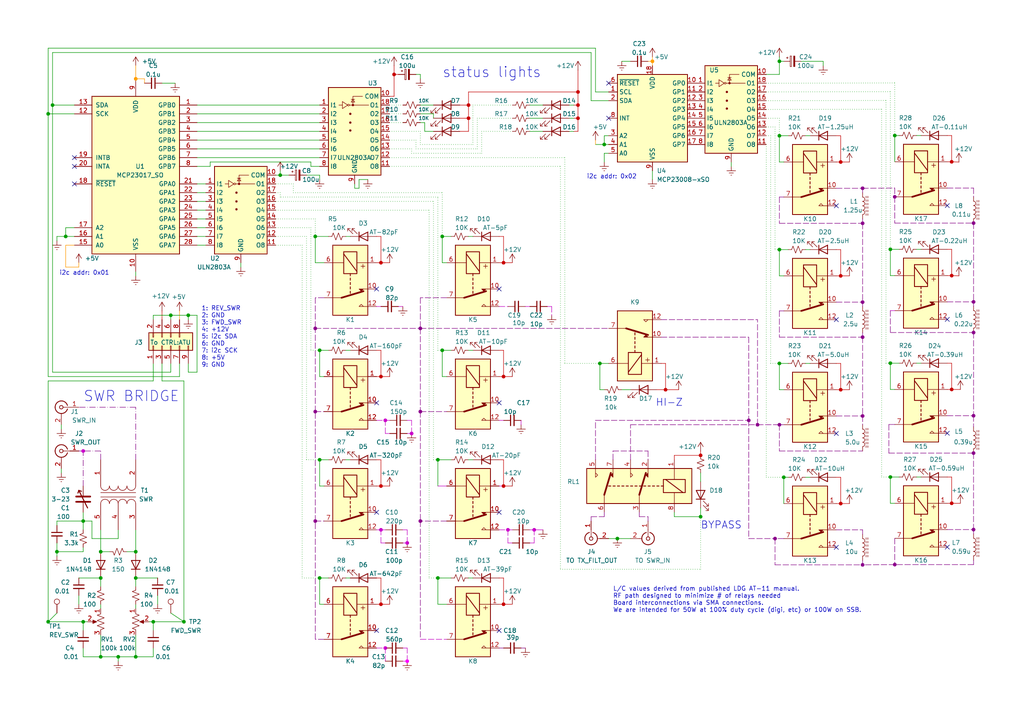
<source format=kicad_sch>
(kicad_sch (version 20231120) (generator "eeschema") (generator_version "8.0")
  (paper "A4")
  (junction (at 258.2436 72.3174))
  (junction (at 29.21 190.5))
  (junction (at 282.3736 87.5574) (color 132 0 132 1))
  (junction (at 250.19 97.79) (color 132 0 132 1))
  (junction (at 243.84 146.05) (color 194 0 0 1))
  (junction (at 227.33 138.43))
  (junction (at 173.99 105.41))
  (junction (at 111.76 121.92) (color 194 0 194 1))
  (junction (at 121.92 151.13) (color 132 0 132 1))
  (junction (at 276.0236 145.9774) (color 194 0 0 1))
  (junction (at 39.37 167.64))
  (junction (at 282.3646 131.4148) (color 132 0 132 1))
  (junction (at 282.3646 120.5774) (color 132 0 132 1))
  (junction (at 203.2 132.08) (color 194 0 0 1))
  (junction (at 217.17 121.92) (color 132 0 132 1))
  (junction (at 110.49 140.97) (color 194 0 0 1))
  (junction (at 39.37 160.02))
  (junction (at 282.3748 64.708) (color 132 0 132 1))
  (junction (at 179.07 156.21))
  (junction (at 167.64 26.67) (color 194 0 0 1))
  (junction (at 226.06 17.78))
  (junction (at 110.49 175.26) (color 194 0 0 1))
  (junction (at 175.26 41.91))
  (junction (at 54.61 91.44))
  (junction (at 111.76 187.96) (color 194 0 194 1))
  (junction (at 250.19 54.61) (color 132 0 132 1))
  (junction (at 167.64 30.48) (color 194 0 0 1))
  (junction (at 110.49 109.22) (color 194 0 0 1))
  (junction (at 91.44 95.25) (color 132 0 132 1))
  (junction (at 258.2436 105.3374))
  (junction (at 24.13 180.34))
  (junction (at 34.29 190.5))
  (junction (at 39.37 22.86) (color 255 153 0 1))
  (junction (at 224.79 156.21) (color 132 0 132 1))
  (junction (at 118.11 191.77) (color 255 0 255 1))
  (junction (at 39.37 190.5))
  (junction (at 110.49 76.2) (color 194 0 0 1))
  (junction (at 146.05 76.2) (color 194 0 0 1))
  (junction (at 91.44 119.38) (color 132 0 132 1))
  (junction (at 147.32 153.67) (color 194 0 194 1))
  (junction (at 258.2436 138.3574))
  (junction (at 250.19 64.77) (color 132 0 132 1))
  (junction (at 24.13 130.81) (color 194 0 194 1))
  (junction (at 226.06 39.37))
  (junction (at 110.49 153.67) (color 194 0 194 1))
  (junction (at 259.5136 163.7574) (color 132 0 132 1))
  (junction (at 226.06 105.41))
  (junction (at 135.89 34.29) (color 194 0 0 1))
  (junction (at 114.3 21.59) (color 194 0 0 1))
  (junction (at 121.92 95.25) (color 132 0 132 1))
  (junction (at 243.84 113.03) (color 194 0 0 1))
  (junction (at 219.71 123.19) (color 132 0 132 1))
  (junction (at 81.28 50.8))
  (junction (at 44.45 180.34))
  (junction (at 259.5148 57.088) (color 132 0 132 1))
  (junction (at 24.13 151.13))
  (junction (at 127 133.35))
  (junction (at 92.71 167.64))
  (junction (at 282.3736 96.4474) (color 132 0 132 1))
  (junction (at 189.23 17.78) (color 255 153 0 1))
  (junction (at 121.92 119.38) (color 132 0 132 1))
  (junction (at 15.24 30.48))
  (junction (at 128.27 101.6))
  (junction (at 91.44 68.58))
  (junction (at 276.0236 112.9574) (color 194 0 0 1))
  (junction (at 29.21 160.02))
  (junction (at 118.11 157.48) (color 194 0 194 1))
  (junction (at 259.5148 39.308))
  (junction (at 226.06 123.19) (color 132 0 132 1))
  (junction (at 243.84 46.99) (color 194 0 0 1))
  (junction (at 203.2 149.86))
  (junction (at 29.21 167.64))
  (junction (at 250.19 120.65) (color 132 0 132 1))
  (junction (at 282.3646 153.5974) (color 132 0 132 1))
  (junction (at 146.05 175.26) (color 194 0 0 1))
  (junction (at 49.53 91.44))
  (junction (at 119.38 125.73) (color 194 0 194 1))
  (junction (at 135.89 30.48) (color 194 0 0 1))
  (junction (at 53.34 180.34))
  (junction (at 276.0236 79.9374) (color 194 0 0 1))
  (junction (at 193.04 113.03) (color 194 0 0 1))
  (junction (at 250.19 87.63) (color 132 0 132 1))
  (junction (at 154.94 153.67) (color 194 0 194 1))
  (junction (at 146.05 109.22) (color 194 0 0 1))
  (junction (at 146.05 140.97) (color 194 0 0 1))
  (junction (at 127 167.64))
  (junction (at 250.19 163.83) (color 132 0 132 1))
  (junction (at 226.06 72.39))
  (junction (at 16.51 160.02))
  (junction (at 128.27 68.58))
  (junction (at 19.05 68.58))
  (junction (at 13.97 180.34))
  (junction (at 92.71 101.6))
  (junction (at 91.44 151.13) (color 132 0 132 1))
  (junction (at 243.84 80.01) (color 194 0 0 1))
  (junction (at 92.71 133.35))
  (junction (at 167.64 34.29) (color 194 0 0 1))
  (junction (at 276.0248 46.928) (color 194 0 0 1))
  (junction (at 13.97 33.02))
  (no_connect (at 242.57 125.73))
  (no_connect (at 144.78 83.82))
  (no_connect (at 274.7536 158.6774))
  (no_connect (at 242.57 92.71))
  (no_connect (at 109.22 148.59))
  (no_connect (at 274.7536 125.6574))
  (no_connect (at 21.59 48.26))
  (no_connect (at 109.22 83.82))
  (no_connect (at 144.78 182.88))
  (no_connect (at 21.59 53.34))
  (no_connect (at 242.57 59.69))
  (no_connect (at 109.22 116.84))
  (no_connect (at 109.22 182.88))
  (no_connect (at 274.7548 59.628))
  (no_connect (at 176.53 24.13))
  (no_connect (at 176.53 34.29))
  (no_connect (at 144.78 116.84))
  (no_connect (at 242.57 158.75))
  (no_connect (at 21.59 45.72))
  (no_connect (at 144.78 148.59))
  (no_connect (at 274.7536 92.6374))
  (wire (pts (xy 54.61 91.44) (xy 54.61 92.71)))
  (wire (pts (xy 113.03 33.02) (xy 116.84 33.02)) (stroke (width 0) (type dot)))
  (wire (pts (xy 41.91 22.86) (xy 39.37 22.86)) (stroke (width 0) (color 255 153 0 1)))
  (wire (pts (xy 259.5136 90.0974) (xy 258.2436 90.0974)) (stroke (width 0) (type dash) (color 194 0 194 1)))
  (wire (pts (xy 133.35 30.48) (xy 135.89 30.48)) (stroke (width 0) (color 194 0 0 1)))
  (wire (pts (xy 137.16 30.48) (xy 148.59 30.48)) (stroke (width 0) (type dot)))
  (wire (pts (xy 91.44 119.38) (xy 91.44 95.25)) (stroke (width 0) (type dash) (color 132 0 132 1)))
  (wire (pts (xy 60.96 48.26) (xy 60.96 46.99)))
  (wire (pts (xy 282.3736 87.5574) (xy 282.3736 88.8274)) (stroke (width 0) (type dash) (color 132 0 132 1)))
  (wire (pts (xy 226.06 105.41) (xy 228.6 105.41)))
  (wire (pts (xy 16.51 157.48) (xy 16.51 160.02)))
  (wire (pts (xy 258.2436 138.3574) (xy 258.2436 145.9774)))
  (wire (pts (xy 113.03 40.64) (xy 120.65 40.64)) (stroke (width 0) (type dot)))
  (wire (pts (xy 258.2436 72.3174) (xy 258.2436 79.9374)))
  (wire (pts (xy 54.61 107.95) (xy 57.15 107.95)))
  (wire (pts (xy 171.45 149.86) (xy 175.26 149.86)) (stroke (width 0) (type dash) (color 132 0 132 1)))
  (wire (pts (xy 13.97 109.22) (xy 13.97 33.02)))
  (wire (pts (xy 92.71 167.64) (xy 95.25 167.64)))
  (wire (pts (xy 93.98 86.36) (xy 91.44 86.36)) (stroke (width 0) (type dash) (color 132 0 132 1)))
  (wire (pts (xy 135.89 68.58) (xy 137.16 68.58)))
  (wire (pts (xy 171.45 15.24) (xy 15.24 15.24)))
  (wire (pts (xy 129.54 109.22) (xy 128.27 109.22)))
  (wire (pts (xy 16.51 177.8) (xy 13.97 180.34)))
  (wire (pts (xy 92.71 101.6) (xy 92.71 109.22)))
  (wire (pts (xy 222.25 138.43) (xy 227.33 138.43)) (stroke (width 0) (type dot)))
  (wire (pts (xy 85.09 55.88) (xy 128.27 55.88)) (stroke (width 0) (type dot)))
  (wire (pts (xy 222.25 29.21) (xy 256.9736 29.1374)) (stroke (width 0) (type dot)))
  (wire (pts (xy 167.64 34.29) (xy 166.37 34.29)) (stroke (width 0) (color 194 0 0 1)))
  (wire (pts (xy 242.57 153.67) (xy 250.19 153.67)) (stroke (width 0) (type dash) (color 132 0 132 1)))
  (wire (pts (xy 217.17 121.92) (xy 217.17 156.21)) (stroke (width 0) (type dash) (color 132 0 132 1)))
  (wire (pts (xy 128.27 55.88) (xy 128.27 68.58)) (stroke (width 0) (type dot)))
  (wire (pts (xy 176.53 39.37) (xy 175.26 39.37)))
  (wire (pts (xy 118.11 157.48) (xy 118.11 153.67)) (stroke (width 0) (type dash) (color 194 0 194 1)))
  (wire (pts (xy 185.42 148.59) (xy 185.42 149.86)) (stroke (width 0) (type dash) (color 132 0 132 1)))
  (wire (pts (xy 135.89 30.48) (xy 135.89 26.67)) (stroke (width 0) (color 194 0 0 1)))
  (wire (pts (xy 265.8636 105.3374) (xy 267.1336 105.3374)))
  (wire (pts (xy 243.84 46.99) (xy 246.38 46.99)) (stroke (width 0) (color 194 0 0 1)))
  (wire (pts (xy 259.5136 156.1374) (xy 259.5136 163.7574)) (stroke (width 0) (type dash) (color 132 0 132 1)))
  (wire (pts (xy 100.33 133.35) (xy 101.6 133.35)))
  (wire (pts (xy 91.44 185.42) (xy 91.44 151.13)) (stroke (width 0) (type dash) (color 132 0 132 1)))
  (wire (pts (xy 39.37 19.05) (xy 39.37 22.86)) (stroke (width 0) (color 255 153 0 1)))
  (wire (pts (xy 121.92 21.59) (xy 120.65 21.59)))
  (wire (pts (xy 242.57 113.03) (xy 243.84 113.03)) (stroke (width 0) (color 194 0 0 1)))
  (wire (pts (xy 137.16 41.91) (xy 137.16 30.48)) (stroke (width 0) (type dot)))
  (wire (pts (xy 138.43 43.18) (xy 138.43 34.29)) (stroke (width 0) (type dot)))
  (wire (pts (xy 13.97 180.34) (xy 24.13 180.34)))
  (wire (pts (xy 127 101.6) (xy 128.27 101.6)) (stroke (width 0) (type dot)))
  (wire (pts (xy 259.5136 123.1174) (xy 257.81 123.1174)) (stroke (width 0) (type dash) (color 132 0 132 1)))
  (wire (pts (xy 282.3748 64.708) (xy 282.3736 87.5574)) (stroke (width 0) (type dash) (color 132 0 132 1)))
  (wire (pts (xy 175.26 41.91) (xy 176.53 41.91)))
  (wire (pts (xy 128.27 101.6) (xy 130.81 101.6)))
  (wire (pts (xy 109.22 175.26) (xy 110.49 175.26)) (stroke (width 0) (color 194 0 0 1)))
  (wire (pts (xy 57.15 71.12) (xy 59.69 71.12)))
  (wire (pts (xy 57.15 38.1) (xy 92.71 38.1)))
  (wire (pts (xy 243.84 72.39) (xy 243.84 80.01)) (stroke (width 0) (color 194 0 0 1)))
  (wire (pts (xy 110.49 76.2) (xy 113.03 76.2)) (stroke (width 0) (color 194 0 0 1)))
  (wire (pts (xy 144.78 76.2) (xy 146.05 76.2)) (stroke (width 0) (color 194 0 0 1)))
  (wire (pts (xy 127 101.6) (xy 127 57.15)) (stroke (width 0) (type dot)))
  (wire (pts (xy 190.5 113.03) (xy 193.04 113.03)) (stroke (width 0) (color 194 0 0 1)))
  (wire (pts (xy 227.33 57.15) (xy 226.06 57.15)) (stroke (width 0) (type dash) (color 132 0 132 1)))
  (wire (pts (xy 57.15 33.02) (xy 92.71 33.02)))
  (wire (pts (xy 110.49 175.26) (xy 113.03 175.26)) (stroke (width 0) (color 194 0 0 1)))
  (wire (pts (xy 233.68 39.37) (xy 234.95 39.37)))
  (wire (pts (xy 250.19 63.5) (xy 250.19 64.77)) (stroke (width 0) (type dash) (color 132 0 132 1)))
  (wire (pts (xy 238.76 19.05) (xy 238.76 17.78)))
  (wire (pts (xy 250.19 163.83) (xy 250.19 162.56)) (stroke (width 0) (type dash) (color 132 0 132 1)))
  (wire (pts (xy 109.22 187.96) (xy 111.76 187.96)) (stroke (width 0) (type dash) (color 194 0 194 1)))
  (wire (pts (xy 111.76 125.73) (xy 111.76 121.92)) (stroke (width 0) (type dash) (color 194 0 194 1)))
  (wire (pts (xy 92.71 50.8) (xy 92.71 52.07)))
  (wire (pts (xy 128.27 109.22) (xy 128.27 101.6)))
  (wire (pts (xy 91.44 119.38) (xy 93.98 119.38)) (stroke (width 0) (type dash) (color 132 0 132 1)))
  (wire (pts (xy 226.06 16.51) (xy 226.06 17.78)))
  (wire (pts (xy 146.05 167.64) (xy 146.05 175.26)) (stroke (width 0) (color 194 0 0 1)))
  (wire (pts (xy 172.72 26.67) (xy 172.72 13.97)))
  (wire (pts (xy 222.25 41.91) (xy 222.25 138.43)) (stroke (width 0) (type dot)))
  (wire (pts (xy 15.24 15.24) (xy 15.24 30.48)))
  (wire (pts (xy 88.9 133.35) (xy 92.71 133.35)) (stroke (width 0) (type dot)))
  (wire (pts (xy 167.64 38.1) (xy 166.37 38.1)) (stroke (width 0) (color 194 0 0 1)))
  (wire (pts (xy 109.22 68.58) (xy 110.49 68.58)) (stroke (width 0) (color 194 0 0 1)))
  (wire (pts (xy 226.06 113.03) (xy 227.33 113.03)))
  (wire (pts (xy 227.33 17.78) (xy 226.06 17.78)))
  (wire (pts (xy 110.49 109.22) (xy 113.03 109.22)) (stroke (width 0) (color 194 0 0 1)))
  (wire (pts (xy 226.06 64.77) (xy 250.19 64.77)) (stroke (width 0) (type dash) (color 132 0 132 1)))
  (wire (pts (xy 24.13 130.81) (xy 22.86 130.81)) (stroke (width 0) (type dash_dot) (color 132 0 132 1)))
  (wire (pts (xy 144.78 88.9) (xy 147.32 88.9)) (stroke (width 0) (type dash) (color 194 0 194 1)))
  (wire (pts (xy 39.37 133.35) (xy 39.37 118.11)) (stroke (width 0) (type dash_dot) (color 132 0 132 1)))
  (wire (pts (xy 250.19 153.67) (xy 250.19 154.94)) (stroke (width 0) (type dash) (color 132 0 132 1)))
  (wire (pts (xy 91.44 95.25) (xy 121.92 95.25)) (stroke (width 0) (type dash) (color 132 0 132 1)))
  (wire (pts (xy 282.3646 153.5974) (xy 282.3736 153.5974)) (stroke (width 0) (type dash) (color 132 0 132 1)))
  (wire (pts (xy 110.49 133.35) (xy 110.49 140.97)) (stroke (width 0) (color 194 0 0 1)))
  (wire (pts (xy 24.13 190.5) (xy 24.13 187.96)))
  (wire (pts (xy 166.37 34.29) (xy 165.1 34.29)))
  (wire (pts (xy 57.15 66.04) (xy 59.69 66.04)))
  (wire (pts (xy 233.68 72.39) (xy 234.95 72.39)))
  (wire (pts (xy 102.87 54.61) (xy 104.14 54.61)))
  (wire (pts (xy 226.06 34.29) (xy 226.06 39.37)) (stroke (width 0) (type dot)))
  (wire (pts (xy 172.72 121.92) (xy 217.17 121.92)) (stroke (width 0) (type dash) (color 132 0 132 1)))
  (wire (pts (xy 226.06 72.39) (xy 226.06 80.01)))
  (wire (pts (xy 39.37 175.26) (xy 39.37 176.53)))
  (wire (pts (xy 250.19 54.61) (xy 259.5136 54.5374)) (stroke (width 0) (type dash) (color 132 0 132 1)))
  (wire (pts (xy 195.58 148.59) (xy 195.58 149.86)))
  (wire (pts (xy 256.9736 29.1374) (xy 256.9736 105.3374)) (stroke (width 0) (type dot)))
  (wire (pts (xy 127 140.97) (xy 129.54 140.97)) (stroke (width 0) (color 194 0 194 1)))
  (wire (pts (xy 113.03 30.48) (xy 116.84 30.48)) (stroke (width 0) (type dot)))
  (wire (pts (xy 53.34 110.49) (xy 53.34 180.34)))
  (wire (pts (xy 222.25 31.75) (xy 255.7036 31.6774)) (stroke (width 0) (type dot)))
  (wire (pts (xy 123.19 35.56) (xy 123.19 38.1)))
  (wire (pts (xy 114.3 21.59) (xy 114.3 27.94)) (stroke (width 0) (color 194 0 0 1)))
  (wire (pts (xy 153.67 153.67) (xy 154.94 153.67)) (stroke (width 0) (type dash) (color 194 0 194 1)))
  (wire (pts (xy 191.77 92.71) (xy 219.71 92.71)) (stroke (width 0) (type dash) (color 132 0 132 1)))
  (wire (pts (xy 176.53 156.21) (xy 179.07 156.21)))
  (wire (pts (xy 274.7536 153.5974) (xy 282.3646 153.5974)) (stroke (width 0) (type dash) (color 132 0 132 1)))
  (wire (pts (xy 151.13 121.92) (xy 151.13 123.19)) (stroke (width 0) (type dash) (color 194 0 194 1)))
  (wire (pts (xy 113.03 48.26) (xy 162.56 48.26)) (stroke (width 0) (type dot)))
  (wire (pts (xy 29.21 133.35) (xy 29.21 130.81)) (stroke (width 0) (type dash_dot) (color 132 0 132 1)))
  (wire (pts (xy 250.19 96.52) (xy 250.19 97.79)) (stroke (width 0) (type dash) (color 132 0 132 1)))
  (wire (pts (xy 115.57 21.59) (xy 114.3 21.59)) (stroke (width 0) (color 194 0 0 1)))
  (wire (pts (xy 242.57 146.05) (xy 243.84 146.05)) (stroke (width 0) (color 194 0 0 1)))
  (wire (pts (xy 57.15 58.42) (xy 59.69 58.42)))
  (wire (pts (xy 92.71 133.35) (xy 95.25 133.35)))
  (wire (pts (xy 127 133.35) (xy 130.81 133.35)))
  (wire (pts (xy 110.49 153.67) (xy 111.76 153.67)) (stroke (width 0) (type dash) (color 194 0 194 1)))
  (wire (pts (xy 80.01 66.04) (xy 90.17 66.04)) (stroke (width 0) (type dot)))
  (wire (pts (xy 34.29 191.77) (xy 34.29 190.5)))
  (wire (pts (xy 276.0248 46.928) (xy 278.1312 47.0006)) (stroke (width 0) (color 194 0 0 1)))
  (wire (pts (xy 146.05 68.58) (xy 146.05 76.2)) (stroke (width 0) (color 194 0 0 1)))
  (wire (pts (xy 92.71 175.26) (xy 93.98 175.26)))
  (wire (pts (xy 13.97 13.97) (xy 172.72 13.97)))
  (wire (pts (xy 88.9 68.58) (xy 88.9 133.35)) (stroke (width 0) (type dot)))
  (wire (pts (xy 158.75 88.9) (xy 160.02 88.9)) (stroke (width 0) (type dash) (color 194 0 194 1)))
  (wire (pts (xy 166.37 30.48) (xy 165.1 30.48)))
  (wire (pts (xy 187.96 130.81) (xy 187.96 133.35)) (stroke (width 0) (type dash) (color 132 0 132 1)))
  (wire (pts (xy 57.15 55.88) (xy 59.69 55.88)))
  (wire (pts (xy 49.53 105.41) (xy 49.53 107.95)))
  (wire (pts (xy 242.57 46.99) (xy 243.84 46.99)) (stroke (width 0) (color 194 0 0 1)))
  (wire (pts (xy 26.67 151.13) (xy 24.13 151.13)))
  (wire (pts (xy 118.11 121.92) (xy 119.38 121.92)) (stroke (width 0) (type dash) (color 194 0 194 1)))
  (wire (pts (xy 116.84 153.67) (xy 118.11 153.67)) (stroke (width 0) (type dash) (color 194 0 194 1)))
  (wire (pts (xy 250.19 97.79) (xy 250.19 120.65)) (stroke (width 0) (type dash) (color 132 0 132 1)))
  (wire (pts (xy 80.01 60.96) (xy 124.46 60.96)) (stroke (width 0) (type dot)))
  (wire (pts (xy 163.83 45.72) (xy 163.83 105.41)) (stroke (width 0) (type dot)))
  (wire (pts (xy 166.37 38.1) (xy 165.1 38.1)))
  (wire (pts (xy 189.23 49.53) (xy 189.23 52.07)))
  (wire (pts (xy 39.37 184.15) (xy 39.37 190.5)))
  (wire (pts (xy 227.33 123.19) (xy 226.06 123.19)) (stroke (width 0) (type dash) (color 132 0 132 1)))
  (wire (pts (xy 282.3646 120.5774) (xy 282.3736 120.5774)) (stroke (width 0) (type dash) (color 132 0 132 1)))
  (wire (pts (xy 153.67 38.1) (xy 157.48 38.1)))
  (wire (pts (xy 282.3736 163.7574) (xy 259.5136 163.7574)) (stroke (width 0) (type dash) (color 132 0 132 1)))
  (wire (pts (xy 217.17 156.21) (xy 224.79 156.21)) (stroke (width 0) (type dash) (color 132 0 132 1)))
  (wire (pts (xy 222.25 39.37) (xy 223.52 39.37)) (stroke (width 0) (type dot)))
  (wire (pts (xy 226.06 39.37) (xy 226.06 46.99)))
  (wire (pts (xy 217.17 97.79) (xy 217.17 121.92)) (stroke (width 0) (type dash) (color 132 0 132 1)))
  (wire (pts (xy 203.2 165.1) (xy 203.2 149.86)) (stroke (width 0) (type dot)))
  (wire (pts (xy 80.01 58.42) (xy 125.73 58.42)) (stroke (width 0) (type dot)))
  (wire (pts (xy 222.25 26.67) (xy 258.2436 26.5974)) (stroke (width 0) (type dot)))
  (wire (pts (xy 176.53 44.45) (xy 175.26 44.45)))
  (wire (pts (xy 109.22 76.2) (xy 110.49 76.2)) (stroke (width 0) (color 194 0 0 1)))
  (wire (pts (xy 274.7536 145.9774) (xy 276.0236 145.9774)) (stroke (width 0) (color 194 0 0 1)))
  (wire (pts (xy 276.0236 138.3574) (xy 276.0236 145.9774)) (stroke (width 0) (color 194 0 0 1)))
  (wire (pts (xy 133.35 34.29) (xy 135.89 34.29)) (stroke (width 0) (color 194 0 0 1)))
  (wire (pts (xy 39.37 118.11) (xy 22.86 118.11)) (stroke (width 0) (type dash_dot) (color 132 0 132 1)))
  (wire (pts (xy 255.7036 31.6774) (xy 255.7036 138.3574)) (stroke (width 0) (type dot)))
  (wire (pts (xy 162.56 165.1) (xy 203.2 165.1)) (stroke (width 0) (type dot)))
  (wire (pts (xy 111.76 121.92) (xy 113.03 121.92)) (stroke (width 0) (type dash) (color 194 0 194 1)))
  (wire (pts (xy 153.67 157.48) (xy 154.94 157.48)) (stroke (width 0) (type dash) (color 194 0 194 1)))
  (wire (pts (xy 121.92 119.38) (xy 121.92 151.13)) (stroke (width 0) (type dash) (color 132 0 132 1)))
  (wire (pts (xy 16.51 151.13) (xy 16.51 152.4)))
  (wire (pts (xy 185.42 149.86) (xy 187.96 149.86)) (stroke (width 0) (type dash) (color 132 0 132 1)))
  (wire (pts (xy 242.57 72.39) (xy 243.84 72.39)) (stroke (width 0) (color 194 0 0 1)))
  (wire (pts (xy 274.7536 105.3374) (xy 276.0236 105.3374)) (stroke (width 0) (color 194 0 0 1)))
  (wire (pts (xy 13.97 110.49) (xy 13.97 180.34)))
  (wire (pts (xy 224.79 36.83) (xy 224.79 72.39)) (stroke (width 0) (type dot)))
  (wire (pts (xy 258.2436 90.0974) (xy 258.2436 96.4474)) (stroke (width 0) (type dash) (color 132 0 132 1)))
  (wire (pts (xy 81.28 55.88) (xy 80.01 55.88)) (stroke (width 0) (type dot)))
  (wire (pts (xy 21.59 66.04) (xy 19.05 66.04)))
  (wire (pts (xy 226.06 57.15) (xy 226.06 64.77)) (stroke (width 0) (type dash) (color 132 0 132 1)))
  (wire (pts (xy 57.15 35.56) (xy 92.71 35.56)))
  (wire (pts (xy 255.7036 138.3574) (xy 258.2436 138.3574)) (stroke (width 0) (type dot)))
  (wire (pts (xy 22.86 77.47) (xy 22.86 76.2)) (stroke (width 0) (color 255 153 0 1)))
  (wire (pts (xy 203.2 130.81) (xy 203.2 132.08)) (stroke (width 0) (color 194 0 0 1)))
  (wire (pts (xy 50.8 24.13) (xy 46.99 24.13)))
  (wire (pts (xy 146.05 101.6) (xy 146.05 109.22)) (stroke (width 0) (color 194 0 0 1)))
  (wire (pts (xy 116.84 35.56) (xy 113.03 35.56)) (stroke (width 0) (type dot)))
  (wire (pts (xy 29.21 167.64) (xy 29.21 170.18)))
  (wire (pts (xy 16.51 69.85) (xy 16.51 68.58)))
  (wire (pts (xy 57.15 91.44) (xy 57.15 107.95)))
  (wire (pts (xy 156.21 153.67) (xy 157.48 153.67)) (stroke (width 0) (type dash) (color 194 0 194 1)))
  (wire (pts (xy 121.92 41.91) (xy 137.16 41.91)) (stroke (width 0) (type dot)))
  (wire (pts (xy 29.21 175.26) (xy 29.21 176.53)))
  (wire (pts (xy 13.97 110.49) (xy 44.45 110.49)))
  (wire (pts (xy 57.15 60.96) (xy 59.69 60.96)))
  (wire (pts (xy 276.0236 79.9374) (xy 278.13 80.01)) (stroke (width 0) (color 194 0 0 1)))
  (wire (pts (xy 226.06 90.17) (xy 226.06 97.79)) (stroke (width 0) (type dash) (color 132 0 132 1)))
  (wire (pts (xy 193.04 113.03) (xy 196.85 113.03)) (stroke (width 0) (color 194 0 0 1)))
  (wire (pts (xy 121.92 151.13) (xy 121.92 185.42)) (stroke (width 0) (type dash) (color 132 0 132 1)))
  (wire (pts (xy 109.22 140.97) (xy 110.49 140.97)) (stroke (width 0) (color 194 0 0 1)))
  (wire (pts (xy 259.5136 54.5374) (xy 259.5148 57.088)) (stroke (width 0) (type dash) (color 132 0 132 1)))
  (wire (pts (xy 224.79 156.21) (xy 224.79 163.83)) (stroke (width 0) (type dash) (color 132 0 132 1)))
  (wire (pts (xy 109.22 167.64) (xy 110.49 167.64)) (stroke (width 0) (color 194 0 0 1)))
  (wire (pts (xy 125.73 34.29) (xy 125.73 33.02)))
  (wire (pts (xy 222.25 24.13) (xy 259.5136 24.0574)) (stroke (width 0) (type dot)))
  (wire (pts (xy 100.33 68.58) (xy 101.6 68.58)))
  (wire (pts (xy 227.33 156.21) (xy 224.79 156.21)) (stroke (width 0) (type dash) (color 132 0 132 1)))
  (wire (pts (xy 21.59 71.12) (xy 19.05 71.12)) (stroke (width 0) (color 255 153 0 1)))
  (wire (pts (xy 118.11 191.77) (xy 118.11 187.96)) (stroke (width 0) (type dash) (color 194 0 194 1)))
  (wire (pts (xy 274.7536 138.3574) (xy 276.0236 138.3574)) (stroke (width 0) (color 194 0 0 1)))
  (wire (pts (xy 46.99 110.49) (xy 53.34 110.49)))
  (wire (pts (xy 80.01 68.58) (xy 88.9 68.58)) (stroke (width 0) (type dot)))
  (wire (pts (xy 258.2436 105.3374) (xy 260.7836 105.3374)))
  (wire (pts (xy 148.59 157.48) (xy 147.32 157.48)) (stroke (width 0) (type dash) (color 194 0 194 1)))
  (wire (pts (xy 167.64 38.1) (xy 167.64 34.29)) (stroke (width 0) (color 194 0 0 1)))
  (wire (pts (xy 233.68 138.43) (xy 234.95 138.43)))
  (wire (pts (xy 24.13 151.13) (xy 16.51 151.13)))
  (wire (pts (xy 109.22 133.35) (xy 110.49 133.35)) (stroke (width 0) (color 194 0 0 1)))
  (wire (pts (xy 212.09 46.99) (xy 212.09 48.26)))
  (wire (pts (xy 226.06 72.39) (xy 228.6 72.39)))
  (wire (pts (xy 109.22 109.22) (xy 110.49 109.22)) (stroke (width 0) (color 194 0 0 1)))
  (wire (pts (xy 44.45 92.71) (xy 44.45 91.44)))
  (wire (pts (xy 80.01 63.5) (xy 91.44 63.5)) (stroke (width 0) (type dot)))
  (wire (pts (xy 114.3 19.05) (xy 114.3 21.59)) (stroke (width 0) (color 194 0 0 1)))
  (wire (pts (xy 250.19 54.61) (xy 250.19 55.88)) (stroke (width 0) (type dash) (color 132 0 132 1)))
  (wire (pts (xy 91.44 86.36) (xy 91.44 95.25)) (stroke (width 0) (type dash) (color 132 0 132 1)))
  (wire (pts (xy 243.84 80.01) (xy 246.38 80.01)) (stroke (width 0) (color 194 0 0 1)))
  (wire (pts (xy 223.52 39.37) (xy 223.52 105.41)) (stroke (width 0) (type dot)))
  (wire (pts (xy 195.58 149.86) (xy 203.2 149.86)))
  (wire (pts (xy 172.72 41.91) (xy 175.26 41.91)))
  (wire (pts (xy 127 57.15) (xy 81.28 57.15)) (stroke (width 0) (type dot)))
  (wire (pts (xy 276.0248 39.308) (xy 276.0248 46.928)) (stroke (width 0) (color 194 0 0 1)))
  (wire (pts (xy 29.21 130.81) (xy 24.13 130.81)) (stroke (width 0) (type dash_dot) (color 132 0 132 1)))
  (wire (pts (xy 274.7536 120.5774) (xy 282.3646 120.5774)) (stroke (width 0) (type dash) (color 132 0 132 1)))
  (wire (pts (xy 256.9736 105.3374) (xy 258.2436 105.3374)) (stroke (width 0) (type dot)))
  (wire (pts (xy 180.34 17.78) (xy 182.88 17.78)))
  (wire (pts (xy 243.84 146.05) (xy 246.38 146.05)) (stroke (width 0) (color 194 0 0 1)))
  (wire (pts (xy 139.7 44.45) (xy 139.7 38.1)) (stroke (width 0) (type dot)))
  (wire (pts (xy 16.51 160.02) (xy 16.51 161.29)))
  (wire (pts (xy 276.0236 145.9774) (xy 278.5636 145.9774)) (stroke (width 0) (color 194 0 0 1)))
  (wire (pts (xy 144.78 153.67) (xy 147.32 153.67)) (stroke (width 0) (type dash) (color 194 0 194 1)))
  (wire (pts (xy 274.7548 46.928) (xy 276.0248 46.928)) (stroke (width 0) (color 194 0 0 1)))
  (wire (pts (xy 125.73 133.35) (xy 127 133.35)) (stroke (width 0) (type dot)))
  (wire (pts (xy 57.15 45.72) (xy 92.71 45.72)))
  (wire (pts (xy 146.05 76.2) (xy 148.59 76.2)) (stroke (width 0) (color 194 0 0 1)))
  (wire (pts (xy 173.99 105.41) (xy 173.99 113.03)))
  (wire (pts (xy 109.22 121.92) (xy 111.76 121.92)) (stroke (width 0) (type dash) (color 194 0 194 1)))
  (wire (pts (xy 160.02 88.9) (xy 160.02 91.44)) (stroke (width 0) (type dash) (color 194 0 194 1)))
  (wire (pts (xy 250.19 120.65) (xy 250.19 123.19)) (stroke (width 0) (type dash) (color 132 0 132 1)))
  (wire (pts (xy 219.71 123.19) (xy 226.06 123.19)) (stroke (width 0) (type dash) (color 132 0 132 1)))
  (wire (pts (xy 282.3748 54.548) (xy 282.3748 57.088)) (stroke (width 0) (type dash) (color 132 0 132 1)))
  (wire (pts (xy 144.78 140.97) (xy 146.05 140.97)) (stroke (width 0) (color 194 0 194 1)))
  (wire (pts (xy 242.57 105.41) (xy 243.84 105.41)) (stroke (width 0) (color 194 0 0 1)))
  (wire (pts (xy 226.06 123.19) (xy 226.06 130.81)) (stroke (width 0) (type dash) (color 132 0 132 1)))
  (wire (pts (xy 154.94 157.48) (xy 154.94 153.67)) (stroke (width 0) (type dash) (color 194 0 194 1)))
  (wire (pts (xy 39.37 160.02) (xy 36.83 160.02)))
  (wire (pts (xy 191.77 105.41) (xy 193.04 105.41)) (stroke (width 0) (color 194 0 0 1)))
  (wire (pts (xy 21.59 68.58) (xy 19.05 68.58)))
  (wire (pts (xy 250.19 64.77) (xy 250.19 87.63)) (stroke (width 0) (type dash) (color 132 0 132 1)))
  (wire (pts (xy 15.24 30.48) (xy 21.59 30.48)))
  (wire (pts (xy 80.01 71.12) (xy 87.63 71.12)) (stroke (width 0) (type dot)))
  (wire (pts (xy 57.15 68.58) (xy 59.69 68.58)))
  (wire (pts (xy 146.05 175.26) (xy 148.59 175.26)) (stroke (width 0) (color 194 0 0 1)))
  (wire (pts (xy 116.84 187.96) (xy 118.11 187.96)) (stroke (width 0) (type dash) (color 194 0 194 1)))
  (wire (pts (xy 60.96 46.99) (xy 90.17 46.99)))
  (wire (pts (xy 115.57 88.9) (xy 116.84 88.9)) (stroke (width 0) (type dash) (color 194 0 194 1)))
  (wire (pts (xy 39.37 190.5) (xy 34.29 190.5)))
  (wire (pts (xy 172.72 40.64) (xy 172.72 41.91)) (stroke (width 0) (color 255 153 0 1)))
  (wire (pts (xy 171.45 29.21) (xy 176.53 29.21)))
  (wire (pts (xy 274.7536 79.9374) (xy 276.0236 79.9374)) (stroke (width 0) (color 194 0 0 1)))
  (wire (pts (xy 85.09 53.34) (xy 85.09 55.88)) (stroke (width 0) (type dot)))
  (wire (pts (xy 121.92 95.25) (xy 176.53 95.25)) (stroke (width 0) (type dash) (color 132 0 132 1)))
  (wire (pts (xy 110.49 101.6) (xy 110.49 109.22)) (stroke (width 0) (color 194 0 0 1)))
  (wire (pts (xy 52.07 90.17) (xy 52.07 92.71)) (stroke (width 0) (color 255 153 0 1)))
  (wire (pts (xy 24.13 158.75) (xy 24.13 160.02)))
  (wire (pts (xy 226.06 80.01) (xy 227.33 80.01)))
  (wire (pts (xy 153.67 88.9) (xy 152.4 88.9)) (stroke (width 0) (type dash) (color 194 0 194 1)))
  (wire (pts (xy 57.15 40.64) (xy 92.71 40.64)))
  (wire (pts (xy 116.84 191.77) (xy 118.11 191.77)) (stroke (width 0) (type dash) (color 194 0 194 1)))
  (wire (pts (xy 44.45 105.41) (xy 44.45 110.49)))
  (wire (pts (xy 44.45 190.5) (xy 39.37 190.5)))
  (wire (pts (xy 175.26 149.86) (xy 175.26 148.59)) (stroke (width 0) (type dash) (color 132 0 132 1)))
  (wire (pts (xy 282.3646 120.5774) (xy 282.3646 123.7948)) (stroke (width 0) (type dash) (color 132 0 132 1)))
  (wire (pts (xy 129.54 86.36) (xy 121.92 86.36)) (stroke (width 0) (type dash) (color 132 0 132 1)))
  (wire (pts (xy 151.13 187.96) (xy 152.4 187.96)) (stroke (width 0) (color 132 0 132 1)))
  (wire (pts (xy 90.17 101.6) (xy 92.71 101.6)) (stroke (width 0) (type dot)))
  (wire (pts (xy 127 175.26) (xy 129.54 175.26)))
  (wire (pts (xy 176.53 105.41) (xy 173.99 105.41)))
  (wire (pts (xy 135.89 133.35) (xy 137.16 133.35)))
  (wire (pts (xy 276.0236 105.3374) (xy 276.0236 112.9574)) (stroke (width 0) (color 194 0 0 1)))
  (wire (pts (xy 282.3736 96.4474) (xy 282.3736 120.5774)) (stroke (width 0) (type dash) (color 132 0 132 1)))
  (wire (pts (xy 242.57 120.65) (xy 250.19 120.65)) (stroke (width 0) (type dash) (color 132 0 132 1)))
  (wire (pts (xy 90.17 48.26) (xy 92.71 48.26)))
  (wire (pts (xy 233.68 105.41) (xy 234.95 105.41)))
  (wire (pts (xy 100.33 101.6) (xy 101.6 101.6)))
  (wire (pts (xy 259.5148 64.708) (xy 282.3748 64.708)) (stroke (width 0) (type dash) (color 132 0 132 1)))
  (wire (pts (xy 259.5148 39.308) (xy 259.5148 46.928)))
  (wire (pts (xy 121.92 35.56) (xy 123.19 35.56)))
  (wire (pts (xy 24.13 160.02) (xy 16.51 160.02)))
  (wire (pts (xy 226.06 21.59) (xy 222.25 21.59)))
  (wire (pts (xy 113.03 125.73) (xy 111.76 125.73)) (stroke (width 0) (type dash) (color 194 0 194 1)))
  (wire (pts (xy 224.79 72.39) (xy 226.06 72.39)) (stroke (width 0) (type dot)))
  (wire (pts (xy 109.22 88.9) (xy 110.49 88.9)) (stroke (width 0) (type dash) (color 194 0 194 1)))
  (wire (pts (xy 46.99 90.17) (xy 46.99 92.71)) (stroke (width 0) (color 194 0 0 1)))
  (wire (pts (xy 274.7536 112.9574) (xy 276.0236 112.9574)) (stroke (width 0) (color 194 0 0 1)))
  (wire (pts (xy 144.78 175.26) (xy 146.05 175.26)) (stroke (width 0) (color 194 0 0 1)))
  (wire (pts (xy 92.71 140.97) (xy 93.98 140.97)))
  (wire (pts (xy 243.84 39.37) (xy 243.84 46.99)) (stroke (width 0) (color 194 0 0 1)))
  (wire (pts (xy 111.76 191.77) (xy 111.76 187.96)) (stroke (width 0) (type dash) (color 194 0 194 1)))
  (wire (pts (xy 120.65 40.64) (xy 120.65 43.18)) (stroke (width 0) (type dot)))
  (wire (pts (xy 259.5148 57.088) (xy 259.5148 64.708)) (stroke (width 0) (type dash) (color 132 0 132 1)))
  (wire (pts (xy 121.92 95.25) (xy 121.92 119.38)) (stroke (width 0) (type dash) (color 132 0 132 1)))
  (wire (pts (xy 242.57 54.61) (xy 250.19 54.61)) (stroke (width 0) (type dash) (color 132 0 132 1)))
  (wire (pts (xy 146.05 140.97) (xy 148.59 140.97)) (stroke (width 0) (color 194 0 0 1)))
  (wire (pts (xy 223.52 105.41) (xy 226.06 105.41)) (stroke (width 0) (type dot)))
  (wire (pts (xy 113.03 38.1) (xy 121.92 38.1)) (stroke (width 0) (type dot)))
  (wire (pts (xy 100.33 167.64) (xy 101.6 167.64)))
  (wire (pts (xy 276.0236 72.3174) (xy 276.0236 79.9374)) (stroke (width 0) (color 194 0 0 1)))
  (wire (pts (xy 26.67 156.21) (xy 26.67 151.13)))
  (wire (pts (xy 13.97 33.02) (xy 21.59 33.02)))
  (wire (pts (xy 144.78 68.58) (xy 146.05 68.58)) (stroke (width 0) (color 194 0 0 1)))
  (wire (pts (xy 133.35 38.1) (xy 135.89 38.1)) (stroke (width 0) (color 194 0 0 1)))
  (wire (pts (xy 175.26 39.37) (xy 175.26 41.91)))
  (wire (pts (xy 24.13 151.13) (xy 24.13 153.67)))
  (wire (pts (xy 120.65 43.18) (xy 138.43 43.18)) (stroke (width 0) (type dot)))
  (wire (pts (xy 39.37 153.67) (xy 39.37 160.02)))
  (wire (pts (xy 222.25 36.83) (xy 224.79 36.83)) (stroke (width 0) (type dot)))
  (wire (pts (xy 125.73 33.02) (xy 121.92 33.02)))
  (wire (pts (xy 57.15 48.26) (xy 60.96 48.26)))
  (wire (pts (xy 49.53 177.8) (xy 53.34 180.34)))
  (wire (pts (xy 191.77 97.79) (xy 217.17 97.79)) (stroke (width 0) (type dash) (color 132 0 132 1)))
  (wire (pts (xy 146.05 109.22) (xy 148.59 109.22)) (stroke (width 0) (color 194 0 0 1)))
  (wire (pts (xy 187.96 149.86) (xy 187.96 151.13)) (stroke (width 0) (type dash) (color 132 0 132 1)))
  (wire (pts (xy 282.3736 153.5974) (xy 282.3736 154.8674)) (stroke (width 0) (type dash) (color 132 0 132 1)))
  (wire (pts (xy 139.7 38.1) (xy 148.59 38.1)) (stroke (width 0) (type dot)))
  (wire (pts (xy 119.38 43.18) (xy 119.38 44.45)) (stroke (width 0) (type dot)))
  (wire (pts (xy 259.5136 24.0574) (xy 259.5148 39.308)) (stroke (width 0) (type dot)))
  (wire (pts (xy 119.38 125.73) (xy 119.38 121.92)) (stroke (width 0) (type dash) (color 194 0 194 1)))
  (wire (pts (xy 274.7536 72.3174) (xy 276.0236 72.3174)) (stroke (width 0) (color 194 0 0 1)))
  (wire (pts (xy 182.88 113.03) (xy 180.34 113.03)))
  (wire (pts (xy 226.06 46.99) (xy 227.33 46.99)))
  (wire (pts (xy 44.45 91.44) (xy 49.53 91.44)))
  (wire (pts (xy 246.38 113.03) (xy 243.84 113.03)) (stroke (width 0) (color 194 0 0 1)))
  (wire (pts (xy 193.04 105.41) (xy 193.04 113.03)) (stroke (width 0) (color 194 0 0 1)))
  (wire (pts (xy 24.13 180.34) (xy 24.13 182.88)))
  (wire (pts (xy 282.3736 162.4874) (xy 282.3736 163.7574)) (stroke (width 0) (type dash) (color 132 0 132 1)))
  (wire (pts (xy 127 167.64) (xy 130.81 167.64)))
  (wire (pts (xy 274.7548 39.308) (xy 276.0248 39.308)) (stroke (width 0) (color 194 0 0 1)))
  (wire (pts (xy 258.2436 138.3574) (xy 260.7836 138.3574)))
  (wire (pts (xy 146.05 133.35) (xy 146.05 140.97)) (stroke (width 0) (color 194 0 0 1)))
  (wire (pts (xy 258.2436 26.5974) (xy 258.2436 72.3174)) (stroke (width 0) (type dot)))
  (wire (pts (xy 114.3 27.94) (xy 113.03 27.94)) (stroke (width 0) (color 194 0 0 1)))
  (wire (pts (xy 81.28 49.53) (xy 81.28 50.8)))
  (wire (pts (xy 128.27 76.2) (xy 129.54 76.2)))
  (wire (pts (xy 90.17 66.04) (xy 90.17 101.6)) (stroke (width 0) (type dot)))
  (wire (pts (xy 258.2436 79.9374) (xy 259.5136 79.9374)))
  (wire (pts (xy 189.23 19.05) (xy 189.23 17.78)) (stroke (width 0) (color 255 153 0 1)))
  (wire (pts (xy 29.21 153.67) (xy 29.21 160.02)))
  (wire (pts (xy 110.49 68.58) (xy 110.49 76.2)) (stroke (width 0) (color 194 0 0 1)))
  (wire (pts (xy 182.88 133.35) (xy 182.88 123.19)) (stroke (width 0) (type dash) (color 132 0 132 1)))
  (wire (pts (xy 242.57 138.43) (xy 243.84 138.43)) (stroke (width 0) (color 194 0 0 1)))
  (wire (pts (xy 203.2 147.32) (xy 203.2 149.86)))
  (wire (pts (xy 227.33 90.17) (xy 226.06 90.17)) (stroke (width 0) (type dash) (color 132 0 132 1)))
  (wire (pts (xy 258.2436 105.3374) (xy 258.2436 112.9574)))
  (wire (pts (xy 167.64 30.48) (xy 167.64 34.29)) (stroke (width 0) (color 194 0 0 1)))
  (wire (pts (xy 242.57 39.37) (xy 243.84 39.37)) (stroke (width 0) (color 194 0 0 1)))
  (wire (pts (xy 54.61 91.44) (xy 57.15 91.44)))
  (wire (pts (xy 243.84 138.43) (xy 243.84 146.05)) (stroke (width 0) (color 194 0 0 1)))
  (wire (pts (xy 258.2436 96.4474) (xy 282.3736 96.4474)) (stroke (width 0) (type dash) (color 132 0 132 1)))
  (wire (pts (xy 49.53 91.44) (xy 54.61 91.44)))
  (wire (pts (xy 127 167.64) (xy 127 175.26)))
  (wire (pts (xy 226.06 39.37) (xy 228.6 39.37)))
  (wire (pts (xy 19.05 71.12) (xy 19.05 77.47)) (stroke (width 0) (color 255 153 0 1)))
  (wire (pts (xy 128.27 68.58) (xy 128.27 76.2)))
  (wire (pts (xy 57.15 43.18) (xy 92.71 43.18)))
  (wire (pts (xy 41.91 22.86) (xy 41.91 24.13)) (stroke (width 0) (color 255 153 0 1)))
  (wire (pts (xy 44.45 180.34) (xy 43.18 180.34)))
  (wire (pts (xy 44.45 187.96) (xy 44.45 190.5)))
  (wire (pts (xy 34.29 190.5) (xy 29.21 190.5)))
  (wire (pts (xy 34.29 156.21) (xy 26.67 156.21)))
  (wire (pts (xy 177.8 130.81) (xy 187.96 130.81)) (stroke (width 0) (type dash) (color 132 0 132 1)))
  (wire (pts (xy 124.46 60.96) (xy 124.46 167.64)) (stroke (width 0) (type dot)))
  (wire (pts (xy 91.44 68.58) (xy 95.25 68.58)))
  (wire (pts (xy 19.05 77.47) (xy 22.86 77.47)) (stroke (width 0) (color 255 153 0 1)))
  (wire (pts (xy 135.89 101.6) (xy 137.16 101.6)))
  (wire (pts (xy 88.9 50.8) (xy 92.71 50.8)))
  (wire (pts (xy 179.07 156.21) (xy 182.88 156.21)))
  (wire (pts (xy 87.63 71.12) (xy 87.63 167.64)) (stroke (width 0) (type dot)))
  (wire (pts (xy 258.2436 145.9774) (xy 259.5136 145.9774)))
  (wire (pts (xy 29.21 190.5) (xy 24.13 190.5)))
  (wire (pts (xy 175.26 44.45) (xy 175.26 46.99)))
  (wire (pts (xy 171.45 29.21) (xy 171.45 15.24)))
  (wire (pts (xy 265.8636 72.3174) (xy 267.1336 72.3174)))
  (wire (pts (xy 57.15 63.5) (xy 59.69 63.5)))
  (wire (pts (xy 90.17 46.99) (xy 90.17 48.26)))
  (wire (pts (xy 52.07 109.22) (xy 13.97 109.22)))
  (wire (pts (xy 45.72 167.64) (xy 39.37 167.64)))
  (wire (pts (xy 138.43 34.29) (xy 148.59 34.29)) (stroke (width 0) (type dot)))
  (wire (pts (xy 135.89 26.67) (xy 167.64 26.67)) (stroke (width 0) (color 194 0 0 1)))
  (wire (pts (xy 81.28 50.8) (xy 83.82 50.8)))
  (wire (pts (xy 243.84 105.41) (xy 243.84 113.03)) (stroke (width 0) (color 194 0 0 1)))
  (wire (pts (xy 17.78 123.19) (xy 17.78 124.46)))
  (wire (pts (xy 154.94 153.67) (xy 156.21 153.67)) (stroke (width 0) (color 194 0 194 1)))
  (wire (pts (xy 175.26 113.03) (xy 173.99 113.03)))
  (wire (pts (xy 93.98 185.42) (xy 91.44 185.42)) (stroke (width 0) (type dash) (color 132 0 132 1)))
  (wire (pts (xy 258.2436 72.3174) (xy 260.7836 72.3174)))
  (wire (pts (xy 109.22 101.6) (xy 110.49 101.6)) (stroke (width 0) (color 194 0 0 1)))
  (wire (pts (xy 276.0236 112.9574) (xy 278.5636 112.9574)) (stroke (width 0) (color 194 0 0 1)))
  (wire (pts (xy 111.76 157.48) (xy 110.49 157.48)) (stroke (width 0) (type dash) (color 194 0 194 1)))
  (wire (pts (xy 123.19 38.1) (xy 125.73 38.1)))
  (wire (pts (xy 49.53 91.44) (xy 49.53 92.71)))
  (wire (pts (xy 15.24 107.95) (xy 15.24 30.48)))
  (wire (pts (xy 203.2 139.7) (xy 203.2 137.16)))
  (wire (pts (xy 110.49 167.64) (xy 110.49 175.26)) (stroke (width 0) (color 194 0 0 1)))
  (wire (pts (xy 135.89 167.64) (xy 137.16 167.64)))
  (wire (pts (xy 57.15 30.48) (xy 92.71 30.48)))
  (wire (pts (xy 116.84 157.48) (xy 118.11 157.48)) (stroke (width 0) (type dash) (color 194 0 194 1)))
  (wire (pts (xy 34.29 156.21) (xy 34.29 153.67)))
  (wire (pts (xy 226.06 17.78) (xy 226.06 21.59)))
  (wire (pts (xy 69.85 76.2) (xy 69.85 77.47)))
  (wire (pts (xy 227.33 138.43) (xy 228.6 138.43)))
  (wire (pts (xy 121.92 22.86) (xy 121.92 21.59)))
  (wire (pts (xy 19.05 66.04) (xy 19.05 68.58)))
  (wire (pts (xy 125.73 30.48) (xy 121.92 30.48)))
  (wire (pts (xy 172.72 133.35) (xy 172.72 121.92)) (stroke (width 0) (type dash) (color 132 0 132 1)))
  (wire (pts (xy 92.71 109.22) (xy 93.98 109.22)))
  (wire (pts (xy 242.57 87.63) (xy 250.19 87.63)) (stroke (width 0) (type dash) (color 132 0 132 1)))
  (wire (pts (xy 195.58 133.35) (xy 195.58 132.08)) (stroke (width 0) (color 194 0 0 1)))
  (wire (pts (xy 44.45 180.34) (xy 53.34 180.34)))
  (wire (pts (xy 171.45 151.13) (xy 171.45 149.86)) (stroke (width 0) (type dash) (color 132 0 132 1)))
  (wire (pts (xy 92.71 167.64) (xy 92.71 175.26)))
  (wire (pts (xy 80.01 50.8) (xy 81.28 50.8)))
  (wire (pts (xy 153.67 30.48) (xy 157.48 30.48)))
  (wire (pts (xy 29.21 167.64) (xy 22.86 167.64)))
  (wire (pts (xy 57.15 53.34) (xy 59.69 53.34)))
  (wire (pts (xy 121.92 38.1) (xy 121.92 41.91)) (stroke (width 0) (type dot)))
  (wire (pts (xy 25.4 180.34) (xy 24.13 180.34)))
  (wire (pts (xy 52.07 105.41) (xy 52.07 109.22)))
  (wire (pts (xy 17.78 135.89) (xy 17.78 137.16)))
  (wire (pts (xy 113.03 43.18) (xy 119.38 43.18)) (stroke (width 0) (type dot)))
  (wire (pts (xy 91.44 76.2) (xy 93.98 76.2)))
  (wire (pts (xy 250.19 87.63) (xy 250.19 88.9)) (stroke (width 0) (type dash) (color 132 0 132 1)))
  (wire (pts (xy 22.86 172.72) (xy 22.86 175.26)))
  (wire (pts (xy 81.28 57.15) (xy 81.28 55.88)) (stroke (width 0) (type dot)))
  (wire (pts (xy 265.8636 138.3574) (xy 267.1336 138.3574)))
  (wire (pts (xy 226.06 105.41) (xy 226.06 113.03)))
  (wire (pts (xy 144.78 167.64) (xy 146.05 167.64)) (stroke (width 0) (color 194 0 0 1)))
  (wire (pts (xy 147.32 153.67) (xy 147.32 157.48)) (stroke (width 0) (type dash) (color 194 0 194 1)))
  (wire (pts (xy 226.06 97.79) (xy 250.19 97.79)) (stroke (width 0) (type dash) (color 132 0 132 1)))
  (wire (pts (xy 257.81 131.4148) (xy 282.3646 131.4148)) (stroke (width 0) (type dash) (color 132 0 132 1)))
  (wire (pts (xy 189.23 17.78) (xy 187.96 17.78)) (stroke (width 0) (color 255 153 0 1)))
  (wire (pts (xy 162.56 48.26) (xy 162.56 165.1)) (stroke (width 0) (type dot)))
  (wire (pts (xy 224.79 163.83) (xy 250.19 163.83)) (stroke (width 0) (type dash) (color 132 0 132 1)))
  (wire (pts (xy 167.64 20.32) (xy 167.64 26.67)) (stroke (width 0) (color 194 0 0 1)))
  (wire (pts (xy 129.54 151.13) (xy 121.92 151.13)) (stroke (width 0) (type dash) (color 132 0 132 1)))
  (wire (pts (xy 24.13 148.59) (xy 24.13 151.13)))
  (wire (pts (xy 91.44 63.5) (xy 91.44 68.58)) (stroke (width 0) (type dot)))
  (wire (pts (xy 282.3646 131.4148) (xy 282.3646 153.5974)) (stroke (width 0) (type dash) (color 132 0 132 1)))
  (wire (pts (xy 54.61 105.41) (xy 54.61 107.95)))
  (wire (pts (xy 109.22 153.67) (xy 110.49 153.67)) (stroke (width 0) (type dash) (color 194 0 194 1)))
  (wire (pts (xy 124.46 167.64) (xy 127 167.64)) (stroke (width 0) (type dot)))
  (wire (pts (xy 92.71 133.35) (xy 92.71 140.97)))
  (wire (pts (xy 104.14 52.07) (xy 106.68 52.07)))
  (wire (pts (xy 144.78 109.22) (xy 146.05 109.22)) (stroke (width 0) (color 194 0 0 1)))
  (wire (pts (xy 135.89 38.1) (xy 135.89 34.29)) (stroke (width 0) (color 194 0 0 1)))
  (wire (pts (xy 219.71 123.19) (xy 219.71 92.71)) (stroke (width 0) (type dash) (color 132 0 132 1)))
  (wire (pts (xy 258.2436 112.9574) (xy 259.5136 112.9574)))
  (wire (pts (xy 92.71 101.6) (xy 95.25 101.6)))
  (wire (pts (xy 46.99 105.41) (xy 46.99 110.49)))
  (wire (pts (xy 144.78 121.92) (xy 146.05 121.92)) (stroke (width 0) (type dash) (color 194 0 194 1)))
  (wire (pts (xy 274.7536 87.5574) (xy 282.3736 87.5574)) (stroke (width 0) (type dash) (color 132 0 132 1)))
  (wire (pts (xy 110.49 157.48) (xy 110.49 153.67)) (stroke (width 0) (type dash) (color 194 0 194 1)))
  (wire (pts (xy 13.97 13.97) (xy 13.97 33.02)))
  (wire (pts (xy 144.78 133.35) (xy 146.05 133.35)) (stroke (width 0) (color 194 0 0 1)))
  (wire (pts (xy 265.8648 39.308) (xy 267.1348 39.308)))
  (wire (pts (xy 195.58 132.08) (xy 203.2 132.08)) (stroke (width 0) (color 194 0 0 1)))
  (wire (pts (xy 189.23 16.51) (xy 189.23 17.78)) (stroke (width 0) (color 255 153 0 1)))
  (wire (pts (xy 113.03 45.72) (xy 163.83 45.72)) (stroke (width 0) (type dot)))
  (wire (pts (xy 87.63 167.64) (xy 92.71 167.64)) (stroke (width 0) (type dot)))
  (wire (pts (xy 16.51 68.58) (xy 19.05 68.58)))
  (wire (pts (xy 242.57 80.01) (xy 243.84 80.01)) (stroke (width 0) (color 194 0 0 1)))
  (wire (pts (xy 274.7548 54.548) (xy 282.3748 54.548)) (stroke (width 0) (type dash) (color 132 0 132 1)))
  (wire (pts (xy 144.78 187.96) (xy 146.05 187.96)) (stroke (width 0) (color 132 0 132 1)))
  (wire (pts (xy 49.53 107.95) (xy 15.24 107.95)))
  (wire (pts (xy 91.44 68.58) (xy 91.44 76.2)))
  (wire (pts (xy 226.06 130.81) (xy 250.19 130.81)) (stroke (width 0) (type dash) (color 132 0 132 1)))
  (wire (pts (xy 29.21 160.02) (xy 31.75 160.02)))
  (wire (pts (xy 39.37 167.64) (xy 39.37 170.18)))
  (wire (pts (xy 147.32 153.67) (xy 148.59 153.67)) (stroke (width 0) (type dash) (color 194 0 194 1)))
  (wire (pts (xy 259.5148 39.308) (xy 260.7848 39.308)))
  (wire (pts (xy 121.92 86.36) (xy 121.92 95.25)) (stroke (width 0) (type dash) (color 132 0 132 1)))
  (wire (pts (xy 144.78 101.6) (xy 146.05 101.6)) (stroke (width 0) (color 194 0 0 1)))
  (wire (pts (xy 102.87 53.34) (xy 102.87 54.61)))
  (wire (pts (xy 167.64 26.67) (xy 167.64 30.48)) (stroke (width 0) (color 194 0 0 1)))
  (wire (pts (xy 45.72 172.72) (xy 45.72 175.26)))
  (wire (pts (xy 24.13 140.97) (xy 24.13 130.81)) (stroke (width 0) (type dash_dot) (color 132 0 132 1)))
  (wire (pts (xy 177.8 133.35) (xy 177.8 130.81)) (stroke (width 0) (type dash) (color 132 0 132 1)))
  (wire (pts (xy 39.37 78.74) (xy 39.37 80.01)))
  (wire (pts (xy 121.92 119.38) (xy 129.54 119.38)) (stroke (width 0) (type dash) (color 132 0 132 1)))
  (wire (pts (xy 118.11 125.73) (xy 119.38 125.73)) (stroke (width 0) (type dash) (color 194 0 194 1)))
  (wire (pts (xy 44.45 180.34) (xy 44.45 182.88)))
  (wire (pts (xy 127 133.35) (xy 127 140.97)))
  (wire (pts (xy 121.92 185.42) (xy 129.54 185.42)) (stroke (width 0) (type dash) (color 194 0 194 1)))
  (wire (pts (xy 153.67 34.29) (xy 157.48 34.29)))
  (wire (pts (xy 125.73 58.42) (xy 125.73 133.35)) (stroke (width 0) (type dot)))
  (wire (pts (xy 113.03 140.97) (xy 110.49 140.97)) (stroke (width 0) (color 194 0 0 1)))
  (wire (pts (xy 80.01 53.34) (xy 85.09 53.34)) (stroke (width 0) (type dot)))
  (wire (pts (xy 91.44 151.13) (xy 93.98 151.13)) (stroke (width 0) (type dash) (color 132 0 132 1)))
  (wire (pts (xy 259.5136 163.7574) (xy 250.19 163.83)) (stroke (width 0) (type dash) (color 132 0 132 1)))
  (wire (pts (xy 119.38 44.45) (xy 139.7 44.45)) (stroke (width 0) (type dot)))
  (wire (pts (xy 29.21 184.15) (xy 29.21 190.5)))
  (wire (pts (xy 227.33 138.43) (xy 227.33 146.05)))
  (wire (pts (xy 238.76 17.78) (xy 232.41 17.78)))
  (wire (pts (xy 163.83 105.41) (xy 173.99 105.41)) (stroke (width 0) (type dot)))
  (wire (pts (xy 257.81 123.1174) (xy 257.81 131.4148)) (stroke (width 0) (type dash) (color 132 0 132 1)))
  (wire (pts (xy 128.27 68.58) (xy 130.81 68.58)))
  (wire (pts (xy 167.64 30.48) (xy 166.37 30.48)) (stroke (width 0) (color 194 0 0 1)))
  (wire (pts (xy 104.14 54.61) (xy 104.14 52.07)))
  (wire (pts (xy 135.89 30.48) (xy 135.89 34.29)) (stroke (width 0) (color 194 0 0 1)))
  (wire (pts (xy 172.72 26.67) (xy 176.53 26.67)))
  (wire (pts (xy 182.88 123.19) (xy 219.71 123.19)) (stroke (width 0) (type dash) (color 132 0 132 1)))
  (wire (pts (xy 91.44 151.13) (xy 91.44 119.38)) (stroke (width 0) (type dash) (color 132 0 132 1)))
  (wire (pts (xy 222.25 34.29) (xy 226.06 34.29)) (stroke (width 0) (type dot)))
  (text "SWR BRIDGE" (at 52.07 116.84 0) (effects (font (size 3 3)) (justify right bottom)))
  (text "i2c addr: 0x02" (at 170.18 52.07 0) (effects (font (size 1.27 1.27)) (justify left bottom)))
  (text "status lights" (at 128.27 22.86 0) (effects (font (size 3 3)) (justify left bottom)))
  (text "BYPASS" (at 203.2 153.67 0) (effects (font (size 2.1 2.1)) (justify left bottom)))
  (text "i2c addr: 0x01" (at 31.75 80.01 0) (effects (font (size 1.27 1.27)) (justify right bottom)))
  (text "L/C values derived from published LDG AT-11 manual.\nRF path designed to minimize # of relays needed\nBoard interconnections via SMA connections.\nWe are intended for 50W at 100% duty cycle (digi, etc) or 100W on SSB." (at 177.8 177.8 0) (effects (font (size 1.27 1.27)) (justify left bottom)))
  (text "1: REV_SWR\n2: GND\n3: FWD_SWR\n4: +12V\n5: i2c SDA\n6: GND\n7: i2c SCK\n8: +5V\n9: GND" (at 58.42 106.68 0) (effects (font (size 1.27 1.27)) (justify left bottom)))
  (text "HI-Z" (at 198.12 118.11 0) (effects (font (size 2.1 2.1)) (justify right bottom)))
  (symbol (lib_id "Device:R_Small_US") (at 133.35 133.35 90) (unit 1)
    (property "Reference" "R14" (at 135.89 128.27 90) (effects (justify left)))
    (property "Value" "10K" (at 135.89 130.81 90) (effects (justify left)))
  )
  (symbol (lib_id "power:Earth") (at 121.92 22.86 0) (unit 1)
    (property "Reference" "#PWR025" (effects (hide yes)))
    (property "Value" "Earth" (effects (hide yes)))
  )
  (symbol (lib_id "power:Earth") (at 16.51 69.85 0) (unit 1)
    (property "Reference" "#PWR01" (effects (hide yes)))
    (property "Value" "Earth" (effects (hide yes)))
  )
  (symbol (lib_id "Device:R_Small_US") (at 151.13 34.29 90) (unit 1)
    (property "Reference" "R17" (at 147.32 33.02 90) (effects (justify left)))
    (property "Value" "10K" (at 156.21 33.02 90) (effects (justify left)))
  )
  (symbol (lib_id "Device:LED") (at 238.76 72.39 0) (mirror x) (unit 1)
    (property "Reference" "D20" (at 241.3 67.31 0) (effects (justify right)))
    (property "Value" "AT-2.5uH" (at 246.38 69.85 0) (effects (justify right)))
  )
  (symbol (lib_id "Device:C_Small") (at 24.13 185.42 0) (mirror y) (unit 1)
    (property "Reference" "C4" (at 21.59 187.96 0) (effects (justify left)))
    (property "Value" "0.01" (at 22.86 190.5 0) (effects (justify left)))
  )
  (symbol (lib_name "1N4148_1") (lib_id "Diode:1N4148") (at 29.21 163.83 270) (mirror x) (unit 1)
    (property "Reference" "D1" (at 26.67 162.56 90) (effects (justify right)))
    (property "Value" "1N4148" (at 26.67 165.1 90) (effects (justify right)))
    (property "Footprint" "Diode_THT:D_DO-35_SOD27_P7.62mm_Horizontal" (effects (hide yes)))
    (property "Datasheet" "https://assets.nexperia.com/documents/data-sheet/1N4148_1N4448.pdf" (effects (hide yes)))
    (property "Sim.Device" "D" (effects (hide yes)))
    (property "Sim.Pins" "1=K 2=A" (effects (hide yes)))
  )
  (symbol (lib_id "Device:R_Small_US") (at 97.79 101.6 90) (unit 1)
    (property "Reference" "R6" (at 100.33 96.52 90) (effects (justify left)))
    (property "Value" "10K" (at 100.33 99.06 90) (effects (justify left)))
  )
  (symbol (lib_id "power:+12V") (at 148.59 109.22 0) (unit 1)
    (property "Reference" "#PWR027" (effects (hide yes)))
    (property "Value" "+12V" (at 148.59 105.41 0))
  )
  (symbol (lib_id "Device:L_Ferrite") (at 250.19 92.71 0) (mirror x) (unit 1)
    (property "Reference" "L2" (at 247.65 91.44 0) (effects (justify right)))
    (property "Value" "2.5u" (at 248.92 93.98 0) (effects (justify right)))
  )
  (symbol (lib_id "power:+5V") (at 39.37 19.05 0) (unit 1)
    (property "Reference" "#PWR08" (effects (hide yes)))
    (property "Value" "+5V" (at 43.18 17.78 0))
  )
  (symbol (lib_id "power:Earth") (at 92.71 52.07 0) (unit 1)
    (property "Reference" "#PWR014" (effects (hide yes)))
    (property "Value" "Earth" (effects (hide yes)))
  )
  (symbol (lib_id "Relay:G6E") (at 267.1336 151.0574 270) (unit 1)
    (property "Reference" "K16" (at 267.1336 162.4874 90))
    (property "Value" "G6E" (effects (hide yes)))
    (property "Footprint" "Relay_THT:Relay_SPDT_Omron_G6E" (effects (hide yes)))
    (property "Datasheet" "https://www.omron.com/ecb/products/pdf/en-g6e.pdf" (effects (hide yes)))
  )
  (symbol (lib_id "Device:LED") (at 140.97 68.58 0) (mirror x) (unit 1)
    (property "Reference" "D10" (at 142.24 63.5 0) (effects (justify right)))
    (property "Value" "AT-5pF" (at 147.32 66.04 0) (effects (justify right)))
  )
  (symbol (lib_id "power:+12V") (at 203.2 130.81 0) (unit 1)
    (property "Reference" "#PWR042" (effects (hide yes)))
    (property "Value" "+12V" (at 199.39 129.54 0))
  )
  (symbol (lib_id "Device:L_Ferrite") (at 250.19 127 0) (unit 1)
    (property "Reference" "L3" (at 245.11 125.73 0) (effects (justify left)))
    (property "Value" "5.0u" (at 245.11 128.27 0) (effects (justify left)))
  )
  (symbol (lib_id "power:+12V") (at 81.28 49.53 0) (unit 1)
    (property "Reference" "#PWR013" (effects (hide yes)))
    (property "Value" "+12V" (at 83.82 48.26 0))
  )
  (symbol (lib_id "power:Earth") (at 16.51 161.29 0) (mirror y) (unit 1)
    (property "Reference" "#PWR02" (effects (hide yes)))
    (property "Value" "Earth" (effects (hide yes)))
  )
  (symbol (lib_id "Device:LED") (at 270.9436 105.3374 0) (mirror x) (unit 1)
    (property "Reference" "D24" (at 273.05 100.33 0) (effects (justify right)))
    (property "Value" "AT-0.39uH" (at 279.4 102.87 0) (effects (justify right)))
  )
  (symbol (lib_id "Device:C_Polarized_Small") (at 229.87 17.78 90) (mirror x) (unit 1)
    (property "Reference" "C24" (at 233.68 16.51 90))
    (property "Value" "100u" (at 233.68 19.05 90))
  )
  (symbol (lib_id "Device:LED") (at 105.41 68.58 0) (mirror x) (unit 1)
    (property "Reference" "D3" (at 106.68 64.77 0) (effects (justify right)))
    (property "Value" "AT-82pF" (at 115.57 67.31 0) (effects (justify right)))
  )
  (symbol (lib_id "Relay:G6E") (at 184.15 100.33 270) (mirror x) (unit 1)
    (property "Reference" "K9" (at 184.15 87.63 90))
    (property "Value" "G6E" (effects (hide yes)))
    (property "Footprint" "Relay_THT:Relay_SPDT_Omron_G6E" (effects (hide yes)))
    (property "Datasheet" "https://www.omron.com/ecb/products/pdf/en-g6e.pdf" (effects (hide yes)))
  )
  (symbol (lib_id "Device:R_Small_US") (at 24.13 156.21 0) (mirror y) (unit 1)
    (property "Reference" "R1" (at 22.86 154.94 0) (effects (justify left)))
    (property "Value" "3.3k" (at 22.86 157.48 0) (effects (justify left)))
  )
  (symbol (lib_id "power:+12V") (at 196.85 113.03 0) (unit 1)
    (property "Reference" "#PWR041" (effects (hide yes)))
    (property "Value" "+12V" (at 195.58 109.22 0))
  )
  (symbol (lib_id "Interface_Expansion:MCP23017_SO") (at 39.37 50.8 0) (unit 1)
    (property "Reference" "U1" (at 40.64 48.26 0))
    (property "Value" "MCP23017_SO" (at 40.64 50.8 0))
    (property "Footprint" "Package_SO:SOIC-28W_7.5x17.9mm_P1.27mm" (effects (hide yes)))
    (property "Datasheet" "http://ww1.microchip.com/downloads/en/DeviceDoc/20001952C.pdf" (effects (hide yes)))
  )
  (symbol (lib_id "Relay:G6E") (at 267.1348 52.008 270) (unit 1)
    (property "Reference" "K17" (at 267.1348 63.438 90))
    (property "Value" "G6E" (effects (hide yes)))
    (property "Footprint" "Relay_THT:Relay_SPDT_Omron_G6E" (effects (hide yes)))
    (property "Datasheet" "https://www.omron.com/ecb/products/pdf/en-g6e.pdf" (effects (hide yes)))
  )
  (symbol (lib_id "power:Earth") (at 39.37 80.01 0) (unit 1)
    (property "Reference" "#PWR09" (effects (hide yes)))
    (property "Value" "Earth" (effects (hide yes)))
  )
  (symbol (lib_id "Device:R_Small_US") (at 263.3236 105.3374 90) (unit 1)
    (property "Reference" "R26" (at 264.5936 100.2574 90) (effects (justify left)))
    (property "Value" "10K" (at 264.5936 102.7974 90) (effects (justify left)))
  )
  (symbol (lib_id "Device:R_Small_US") (at 119.38 30.48 90) (unit 1)
    (property "Reference" "R9" (at 115.57 29.21 90) (effects (justify left)))
    (property "Value" "10K" (at 124.46 29.21 90) (effects (font (size 1 1)) (justify left)))
  )
  (symbol (lib_id "Device:R_Small_US") (at 263.3248 39.308 90) (unit 1)
    (property "Reference" "R28" (at 264.5948 34.228 90) (effects (justify left)))
    (property "Value" "10K" (at 264.5948 36.768 90) (effects (justify left)))
  )
  (symbol (lib_id "power:+12V") (at 246.38 113.03 0) (unit 1)
    (property "Reference" "#PWR048" (effects (hide yes)))
    (property "Value" "+12V" (at 246.38 109.22 0))
  )
  (symbol (lib_id "Connector:Conn_Coaxial") (at 17.78 118.11 0) (mirror y) (unit 1)
    (property "Reference" "J1" (at 22.86 119.38 0) (effects (justify left)))
    (property "Value" "SWR_IN" (at 27.94 121.92 0) (effects (justify left)))
    (property "Datasheet" " ~" (effects (hide yes)))
  )
  (symbol (lib_id "Transistor_Array:ULN2803A") (at 212.09 29.21 0) (unit 1)
    (property "Reference" "U5" (at 205.74 20.32 0) (effects (justify left)))
    (property "Value" "ULN2803A" (at 207.01 35.56 0) (effects (justify left)))
    (property "Datasheet" "http://www.ti.com/lit/ds/symlink/uln2803a.pdf" (effects (hide yes)))
  )
  (symbol (lib_id "Device:R_Small_US") (at 263.3236 138.3574 90) (unit 1)
    (property "Reference" "R27" (at 265.8636 133.2774 90) (effects (justify left)))
    (property "Value" "10K" (at 265.8636 135.8174 90) (effects (justify left)))
  )
  (symbol (lib_id "Device:C_Small") (at 114.3 153.67 90) (unit 1)
    (property "Reference" "C10" (at 115.57 148.59 90) (effects (justify left)))
    (property "Value" "220p" (at 116.84 151.13 90) (effects (justify left)))
  )
  (symbol (lib_id "Device:LED") (at 140.97 133.35 0) (mirror x) (unit 1)
    (property "Reference" "D12" (at 143.51 129.54 0) (effects (justify right)))
    (property "Value" "AT-20pF" (at 151.13 132.08 0) (effects (justify right)))
  )
  (symbol (lib_id "power:+12V") (at 167.64 20.32 0) (unit 1)
    (property "Reference" "#PWR034" (effects (hide yes)))
    (property "Value" "+12V" (at 161.29 19.05 0) (effects (justify left)))
  )
  (symbol (lib_id "Device:L_Ferrite") (at 282.3748 60.898 0) (unit 1)
    (property "Reference" "L8" (at 276.8612 59.7006 0) (effects (justify left)))
    (property "Value" "0.11u" (at 276.0248 62.168 0) (effects (justify left)))
  )
  (symbol (lib_id "Device:LED") (at 105.41 167.64 0) (mirror x) (unit 1)
    (property "Reference" "D6" (at 106.68 163.83 0) (effects (justify right)))
    (property "Value" "AT-642pF" (at 116.84 166.37 0) (effects (justify right)))
  )
  (symbol (lib_id "power:Earth") (at 118.11 157.48 0) (unit 1)
    (property "Reference" "#PWR022" (effects (hide yes)))
    (property "Value" "Earth" (effects (hide yes)))
  )
  (symbol (lib_id "Device:C_Small") (at 148.59 121.92 90) (unit 1)
    (property "Reference" "C17" (at 149.86 116.84 90) (effects (justify right)))
    (property "Value" "10p" (at 149.86 119.38 90) (effects (justify left)))
  )
  (symbol (lib_id "Relay:G6E") (at 101.6 146.05 270) (unit 1)
    (property "Reference" "K3" (at 101.6 157.48 90))
    (property "Value" "G6E" (effects (hide yes)))
    (property "Footprint" "Relay_THT:Relay_SPDT_Omron_G6E" (effects (hide yes)))
    (property "Datasheet" "https://www.omron.com/ecb/products/pdf/en-g6e.pdf" (effects (hide yes)))
  )
  (symbol (lib_id "Relay:G6E") (at 137.16 114.3 270) (unit 1)
    (property "Reference" "K6" (at 137.16 125.73 90))
    (property "Value" "G6E" (effects (hide yes)))
    (property "Footprint" "Relay_THT:Relay_SPDT_Omron_G6E" (effects (hide yes)))
    (property "Datasheet" "https://www.omron.com/ecb/products/pdf/en-g6e.pdf" (effects (hide yes)))
  )
  (symbol (lib_id "power:Earth") (at 160.02 91.44 0) (unit 1)
    (property "Reference" "#PWR033" (effects (hide yes)))
    (property "Value" "Earth" (effects (hide yes)))
  )
  (symbol (lib_id "power:+12V") (at 278.5636 112.9574 0) (unit 1)
    (property "Reference" "#PWR052" (effects (hide yes)))
    (property "Value" "+12V" (at 279.4 109.22 0))
  )
  (symbol (lib_id "Connector:Conn_Coaxial") (at 171.45 156.21 90) (mirror x) (unit 1)
    (property "Reference" "J4" (at 172.72 160.02 90) (effects (justify left)))
    (property "Value" "TO TX_FILT_OUT" (at 179.07 162.56 90) (effects (justify left)))
    (property "Datasheet" " ~" (effects (hide yes)))
  )
  (symbol (lib_id "Device:R_Small_US") (at 231.14 39.37 90) (unit 1)
    (property "Reference" "R21" (at 232.41 34.29 90) (effects (justify left)))
    (property "Value" "10K" (at 232.41 36.83 90) (effects (justify left)))
  )
  (symbol (lib_id "Device:R_Small_US") (at 151.13 30.48 90) (unit 1)
    (property "Reference" "R16" (at 147.32 29.21 90) (effects (justify left)))
    (property "Value" "10K" (at 156.21 29.21 90) (effects (justify left)))
  )
  (symbol (lib_id "power:Earth") (at 180.34 17.78 0) (unit 1)
    (property "Reference" "#PWR038" (effects (hide yes)))
    (property "Value" "Earth" (effects (hide yes)))
  )
  (symbol (lib_id "Diode:1N4148") (at 39.37 163.83 270) (mirror x) (unit 1)
    (property "Reference" "D2" (at 45.72 162.56 90) (effects (justify right)))
    (property "Value" "1N4148" (at 49.53 165.1 90) (effects (justify right)))
    (property "Footprint" "Diode_THT:D_DO-35_SOD27_P7.62mm_Horizontal" (effects (hide yes)))
    (property "Datasheet" "https://assets.nexperia.com/documents/data-sheet/1N4148_1N4448.pdf" (effects (hide yes)))
  )
  (symbol (lib_id "Device:R_Small_US") (at 97.79 167.64 90) (unit 1)
    (property "Reference" "R8" (at 100.33 162.56 90) (effects (justify left)))
    (property "Value" "10K" (at 100.33 165.1 90) (effects (justify left)))
  )
  (symbol (lib_id "Device:C_Small") (at 16.51 154.94 0) (mirror y) (unit 1)
    (property "Reference" "C1" (at 20.32 147.32 0) (effects (justify left)))
    (property "Value" "100" (at 20.32 149.86 0) (effects (justify left)))
  )
  (symbol (lib_id "Device:C_Small") (at 151.13 157.48 90) (unit 1)
    (property "Reference" "C21" (at 148.59 160.02 90) (effects (justify left)))
    (property "Value" "10p" (at 156.21 160.02 90) (effects (justify left)))
  )
  (symbol (lib_id "Connector:Conn_Coaxial") (at 17.78 130.81 0) (mirror y) (unit 1)
    (property "Reference" "J2" (at 24.13 125.73 0) (effects (justify left)))
    (property "Value" "SWR_OUT" (at 29.21 128.27 0) (effects (justify left)))
    (property "Datasheet" " ~" (effects (hide yes)))
  )
  (symbol (lib_id "Device:L_Ferrite") (at 282.3736 92.6374 0) (unit 1)
    (property "Reference" "L6" (at 276.86 91.44 0) (effects (justify left)))
    (property "Value" "0.22u" (at 276.6446 93.9671 0) (effects (justify left)))
  )
  (symbol (lib_id "Device:R_Small_US") (at 133.35 68.58 90) (unit 1)
    (property "Reference" "R12" (at 135.89 63.5 90) (effects (justify left)))
    (property "Value" "10K" (at 135.89 66.04 90) (effects (justify left)))
  )
  (symbol (lib_id "power:Earth") (at 116.84 88.9 0) (unit 1)
    (property "Reference" "#PWR021" (effects (hide yes)))
    (property "Value" "Earth" (effects (hide yes)))
  )
  (symbol (lib_id "Device:R_Small_US") (at 177.8 113.03 90) (mirror x) (unit 1)
    (property "Reference" "R19" (at 179.07 115.57 90) (effects (justify left)))
    (property "Value" "10k" (at 179.07 118.11 90) (effects (justify left)))
  )
  (symbol (lib_id "Interface_Expansion:MCP23008-xSO") (at 189.23 34.29 0) (unit 1)
    (property "Reference" "U4" (at 190.5 49.53 0) (effects (justify left)))
    (property "Value" "MCP23008-xSO" (at 190.5 52.07 0) (effects (justify left)))
    (property "Footprint" "Package_SO:SOIC-18W_7.5x11.6mm_P1.27mm" (effects (hide yes)))
    (property "Datasheet" "http://ww1.microchip.com/downloads/en/DeviceDoc/MCP23008-MCP23S08-Data-Sheet-20001919F.pdf" (effects (hide yes)))
  )
  (symbol (lib_id "Device:L_Ferrite") (at 282.3646 127.6048 0) (unit 1)
    (property "Reference" "L5" (at 276.851 125.1374 0) (effects (justify left)))
    (property "Value" "0.39u" (at 276.5924 128.214 0) (effects (justify left)))
  )
  (symbol (lib_id "Device:C_Small") (at 44.45 185.42 0) (mirror y) (unit 1)
    (property "Reference" "C6" (at 49.53 187.96 0) (effects (justify left)))
    (property "Value" "0.01" (at 49.53 190.5 0) (effects (justify left)))
  )
  (symbol (lib_id "power:Earth") (at 34.29 191.77 0) (mirror y) (unit 1)
    (property "Reference" "#PWR07" (effects (hide yes)))
    (property "Value" "Earth" (effects (hide yes)))
  )
  (symbol (lib_id "Device:C_Polarized_Small") (at 118.11 21.59 90) (mirror x) (unit 1)
    (property "Reference" "C16" (at 118.11 16.51 90))
    (property "Value" "100u" (at 118.11 19.05 90))
  )
  (symbol (lib_id "Device:C_Small") (at 148.59 187.96 90) (unit 1)
    (property "Reference" "C18" (at 149.86 182.88 90) (effects (justify left)))
    (property "Value" "39p" (at 150.6403 184.8846 90) (effects (justify left)))
  )
  (symbol (lib_id "Device:C_Small") (at 185.42 17.78 90) (mirror x) (unit 1)
    (property "Reference" "C23" (at 185.42 12.7 90))
    (property "Value" "0.1u" (at 185.42 15.24 90))
    (property "Footprint" "Capacitor_THT:C_Disc_D4.7mm_W2.5mm_P5.00mm" (effects (hide yes)))
  )
  (symbol (lib_id "power:Earth") (at 175.26 46.99 0) (mirror y) (unit 1)
    (property "Reference" "#PWR036" (effects (hide yes)))
    (property "Value" "Earth" (effects (hide yes)))
  )
  (symbol (lib_id "power:Earth") (at 45.72 175.26 0) (mirror y) (unit 1)
    (property "Reference" "#PWR010" (effects (hide yes)))
    (property "Value" "Earth" (effects (hide yes)))
  )
  (symbol (lib_id "Connector:TestPoint") (at 16.51 177.8 0) (mirror y) (unit 1)
    (property "Reference" "TP1" (at 17.78 181.61 0) (effects (justify left)))
    (property "Value" "REV_SWR" (at 22.86 184.15 0) (effects (justify left)))
  )
  (symbol (lib_id "Device:C_Small") (at 115.57 125.73 90) (unit 1)
    (property "Reference" "C15" (at 113.03 128.27 90) (effects (justify left)))
    (property "Value" "10p" (at 118.11 128.27 90) (effects (justify left)))
  )
  (symbol (lib_id "power:+12V") (at 246.38 146.05 0) (unit 1)
    (property "Reference" "#PWR049" (effects (hide yes)))
    (property "Value" "+12V" (at 247.65 142.24 0))
  )
  (symbol (lib_id "Device:C_Small") (at 44.45 24.13 270) (unit 1)
    (property "Reference" "C5" (at 44.45 19.05 90))
    (property "Value" "0.1u" (at 44.45 21.59 90))
    (property "Footprint" "Capacitor_THT:C_Disc_D4.7mm_W2.5mm_P5.00mm" (effects (hide yes)))
  )
  (symbol (lib_id "Device:R_Small_US") (at 97.79 133.35 90) (unit 1)
    (property "Reference" "R7" (at 100.33 128.27 90) (effects (justify left)))
    (property "Value" "10K" (at 100.33 130.81 90) (effects (justify left)))
  )
  (symbol (lib_id "power:+12V") (at 46.99 90.17 0) (unit 1)
    (property "Reference" "#PWR055" (effects (hide yes)))
    (property "Value" "+12V" (at 43.942 85.852 0) (effects (justify left)))
  )
  (symbol (lib_id "power:+12V") (at 278.1312 47.0006 0) (unit 1)
    (property "Reference" "#PWR051" (effects (hide yes)))
    (property "Value" "+12V" (at 279.4012 43.1906 0))
  )
  (symbol (lib_id "Device:R_Small_US") (at 39.37 172.72 0) (mirror y) (unit 1)
    (property "Reference" "R4" (at 44.45 172.72 0) (effects (justify left)))
    (property "Value" "100" (at 44.45 175.26 0) (effects (justify left)))
  )
  (symbol (lib_id "power:+12V") (at 113.03 175.26 0) (unit 1)
    (property "Reference" "#PWR019" (effects (hide yes)))
    (property "Value" "+12V" (at 113.03 171.45 0))
  )
  (symbol (lib_id "Transistor_Array:ULN2803A") (at 102.87 35.56 0) (unit 1)
    (property "Reference" "U3" (at 106.68 24.13 0) (effects (justify left)))
    (property "Value" "ULN2803A" (at 97.79 45.72 0) (effects (justify left)))
    (property "Datasheet" "http://www.ti.com/lit/ds/symlink/uln2803a.pdf" (effects (hide yes)))
  )
  (symbol (lib_id "power:+12V") (at 113.03 140.97 0) (unit 1)
    (property "Reference" "#PWR018" (effects (hide yes)))
    (property "Value" "+12V" (at 113.03 137.16 0))
  )
  (symbol (lib_id "Relay:G6E") (at 267.1336 85.0174 270) (unit 1)
    (property "Reference" "K14" (at 267.1336 96.4474 90))
    (property "Value" "G6E" (effects (hide yes)))
    (property "Footprint" "Relay_THT:Relay_SPDT_Omron_G6E" (effects (hide yes)))
    (property "Datasheet" "https://www.omron.com/ecb/products/pdf/en-g6e.pdf" (effects (hide yes)))
  )
  (symbol (lib_id "Device:C_Variable") (at 24.13 144.78 0) (mirror y) (unit 1)
    (property "Reference" "C3" (at 20.32 142.24 0) (effects (justify left)))
    (property "Value" "3-23" (at 20.32 144.78 0) (effects (justify left)))
  )
  (symbol (lib_id "Device:LED") (at 129.54 30.48 0) (unit 1)
    (property "Reference" "D7" (at 132.08 29.21 0))
    (property "Value" "LED" (effects (hide yes)))
  )
  (symbol (lib_id "Device:LED") (at 129.54 38.1 0) (unit 1)
    (property "Reference" "D9" (at 132.08 36.83 0))
    (property "Value" "LED" (effects (hide yes)))
  )
  (symbol (lib_id "power:Earth") (at 17.78 137.16 0) (unit 1)
    (property "Reference" "#PWR04" (effects (hide yes)))
    (property "Value" "Earth" (effects (hide yes)))
  )
  (symbol (lib_id "Device:C_Small") (at 114.3 187.96 90) (unit 1)
    (property "Reference" "C12" (at 115.57 182.88 90) (effects (justify left)))
    (property "Value" "560p" (at 116.84 185.42 90) (effects (justify left)))
  )
  (symbol (lib_id "power:+12V") (at 148.59 76.2 0) (unit 1)
    (property "Reference" "#PWR026" (effects (hide yes)))
    (property "Value" "+12V" (at 148.59 72.39 0))
  )
  (symbol (lib_id "Device:LED") (at 105.41 101.6 0) (mirror x) (unit 1)
    (property "Reference" "D4" (at 106.68 97.79 0) (effects (justify right)))
    (property "Value" "AT-160pF" (at 116.84 100.33 0) (effects (justify right)))
  )
  (symbol (lib_id "Relay:G6E") (at 137.16 81.28 270) (unit 1)
    (property "Reference" "K5" (at 137.16 92.71 90))
    (property "Value" "G6E" (effects (hide yes)))
    (property "Footprint" "Relay_THT:Relay_SPDT_Omron_G6E" (effects (hide yes)))
    (property "Datasheet" "https://www.omron.com/ecb/products/pdf/en-g6e.pdf" (effects (hide yes)))
  )
  (symbol (lib_id "Device:LED") (at 203.2 143.51 90) (unit 1)
    (property "Reference" "D18" (at 205.74 142.24 90) (effects (justify right)))
    (property "Value" "Bypass-Red" (effects (hide yes)))
  )
  (symbol (lib_id "power:+12V") (at 113.03 76.2 0) (unit 1)
    (property "Reference" "#PWR016" (effects (hide yes)))
    (property "Value" "+12V" (at 113.03 72.39 0))
  )
  (symbol (lib_id "Device:LED") (at 270.9448 39.308 0) (mirror x) (unit 1)
    (property "Reference" "D26" (at 274.32 34.29 0) (effects (justify right)))
    (property "Value" "AT-0.11uH" (at 280.67 36.83 0) (effects (justify right)))
  )
  (symbol (lib_id "Device:LED") (at 140.97 101.6 0) (mirror x) (unit 1)
    (property "Reference" "D11" (at 142.24 96.52 0) (effects (justify right)))
    (property "Value" "AT-10pF" (at 147.32 99.06 0) (effects (justify right)))
  )
  (symbol (lib_id "Device:R_Small_US") (at 119.38 33.02 90) (unit 1)
    (property "Reference" "R10" (at 115.57 31.75 90) (effects (justify left)))
    (property "Value" "10K" (at 124.46 31.75 90) (effects (font (size 1 1)) (justify left)))
  )
  (symbol (lib_id "Device:LED") (at 238.76 39.37 0) (mirror x) (unit 1)
    (property "Reference" "D19" (at 241.3 34.29 0) (effects (justify right)))
    (property "Value" "AT-1.25uH" (at 247.65 36.83 0) (effects (justify right)))
  )
  (symbol (lib_id "Device:C_Small") (at 151.13 153.67 90) (unit 1)
    (property "Reference" "C20" (at 152.4 148.59 90) (effects (justify left)))
    (property "Value" "10p" (at 153.67 151.13 90) (effects (justify left)))
  )
  (symbol (lib_id "Device:LED") (at 270.9436 72.3174 0) (mirror x) (unit 1)
    (property "Reference" "D23" (at 274.32 67.31 0) (effects (justify right)))
    (property "Value" "AT-0.22uH" (at 280.67 69.85 0) (effects (justify right)))
  )
  (symbol (lib_id "Device:C_Polarized_Small") (at 86.36 50.8 90) (mirror x) (unit 1)
    (property "Reference" "C8" (at 88.9 49.53 90))
    (property "Value" "100u" (at 90.17 52.07 90))
  )
  (symbol (lib_id "Device:R_Small_US") (at 231.14 138.43 90) (unit 1)
    (property "Reference" "R24" (at 233.68 133.35 90) (effects (justify left)))
    (property "Value" "10K" (at 232.41 135.89 90) (effects (justify left)))
  )
  (symbol (lib_id "power:+5V") (at 52.07 90.17 0) (unit 1)
    (property "Reference" "#PWR054" (effects (hide yes)))
    (property "Value" "+5V" (at 51.816 86.106 0))
  )
  (symbol (lib_id "Device:LED") (at 186.69 113.03 0) (unit 1)
    (property "Reference" "D17" (at 189.23 115.57 0) (effects (justify right)))
    (property "Value" "HiZ-Green" (effects (hide yes)))
  )
  (symbol (lib_id "power:+5V") (at 22.86 76.2 0) (unit 1)
    (property "Reference" "#PWR05" (effects (hide yes)))
    (property "Value" "+5V" (at 26.67 74.93 0))
  )
  (symbol (lib_id "Device:C_Small") (at 114.3 157.48 90) (unit 1)
    (property "Reference" "C11" (at 115.57 160.02 90) (effects (justify left)))
    (property "Value" "100p" (at 116.84 162.56 90) (effects (justify left)))
  )
  (symbol (lib_id "Connector:TestPoint") (at 49.53 177.8 0) (mirror y) (unit 1)
    (property "Reference" "TP2" (at 58.42 180.34 0) (effects (justify left)))
    (property "Value" "FWD_SWR" (at 58.42 182.88 0) (effects (justify left)))
  )
  (symbol (lib_id "Device:R_Small_US") (at 151.13 38.1 90) (unit 1)
    (property "Reference" "R18" (at 148.59 36.83 90) (effects (justify left)))
    (property "Value" "10K" (at 156.21 36.83 90) (effects (justify left)))
  )
  (symbol (lib_id "power:Earth") (at 22.86 175.26 0) (mirror y) (unit 1)
    (property "Reference" "#PWR06" (effects (hide yes)))
    (property "Value" "Earth" (effects (hide yes)))
  )
  (symbol (lib_id "Device:R_Small_US") (at 231.14 105.41 90) (unit 1)
    (property "Reference" "R23" (at 232.41 100.33 90) (effects (justify left)))
    (property "Value" "10K" (at 232.41 102.87 90) (effects (justify left)))
  )
  (symbol (lib_id "power:+12V") (at 226.06 16.51 0) (unit 1)
    (property "Reference" "#PWR044" (effects (hide yes)))
    (property "Value" "+12V" (at 219.71 15.24 0) (effects (justify left)))
  )
  (symbol (lib_id "Device:LED") (at 105.41 133.35 0) (mirror x) (unit 1)
    (property "Reference" "D5" (at 106.68 129.54 0) (effects (justify right)))
    (property "Value" "AT-320pF" (at 116.84 132.08 0) (effects (justify right)))
  )
  (symbol (lib_id "Device:R_Small_US") (at 133.35 167.64 90) (unit 1)
    (property "Reference" "R15" (at 135.89 162.56 90) (effects (justify left)))
    (property "Value" "10K" (at 135.89 165.1 90) (effects (justify left)))
  )
  (symbol (lib_id "power:Earth") (at 152.4 187.96 0) (unit 1)
    (property "Reference" "#PWR031" (effects (hide yes)))
    (property "Value" "Earth" (effects (hide yes)))
  )
  (symbol (lib_id "power:Earth") (at 157.48 153.67 0) (unit 1)
    (property "Reference" "#PWR032" (effects (hide yes)))
    (property "Value" "Earth" (effects (hide yes)))
  )
  (symbol (lib_id "Relay:JW2") (at 185.42 140.97 0) (mirror y) (unit 1)
    (property "Reference" "RL1" (at 166.37 139.7 0))
    (property "Value" "Bypass" (effects (hide yes)))
    (property "Footprint" "Relay_THT:Relay_DPDT_Panasonic_JW2" (effects (hide yes)))
    (property "Datasheet" "http://www3.panasonic.biz/ac/e_download/control/relay/power/catalog/mech_eng_jw.pdf?via=ok" (effects (hide yes)))
  )
  (symbol (lib_id "power:+5V") (at 172.72 40.64 0) (unit 1)
    (property "Reference" "#PWR035" (effects (hide yes)))
    (property "Value" "+5V" (at 173.99 36.83 0))
  )
  (symbol (lib_id "Device:Transformer_1P_SS") (at 34.29 143.51 90) (mirror x) (unit 1)
    (property "Reference" "T1" (at 43.18 142.24 90) (effects (justify left)))
    (property "Value" "SWR" (at 44.45 144.78 90) (effects (justify left)))
  )
  (symbol (lib_id "Connector_Generic:Conn_2Rows-09Pins") (at 49.53 100.33 90) (unit 1)
    (property "Reference" "J3" (at 41.402 99.314 90) (effects (justify left)))
    (property "Value" "To CTRL:ATU" (at 55.372 99.314 90) (effects (justify left)))
  )
  (symbol (lib_id "Relay:G6E") (at 101.6 180.34 270) (unit 1)
    (property "Reference" "K4" (at 101.6 191.77 90))
    (property "Value" "G6E" (effects (hide yes)))
    (property "Footprint" "Relay_THT:Relay_SPDT_Omron_G6E" (effects (hide yes)))
    (property "Datasheet" "https://www.omron.com/ecb/products/pdf/en-g6e.pdf" (effects (hide yes)))
  )
  (symbol (lib_id "Device:LED") (at 270.9436 138.3574 0) (mirror x) (unit 1)
    (property "Reference" "D25" (at 273.4836 133.2774 0) (effects (justify right)))
    (property "Value" "AT-0.59uH" (at 279.8336 135.8174 0) (effects (justify right)))
  )
  (symbol (lib_id "Device:LED") (at 238.76 105.41 0) (mirror x) (unit 1)
    (property "Reference" "D21" (at 241.3 100.33 0) (effects (justify right)))
    (property "Value" "AT-5.0uH" (at 246.38 102.87 0) (effects (justify right)))
  )
  (symbol (lib_id "Device:C_Small") (at 156.21 88.9 90) (unit 1)
    (property "Reference" "C22" (at 157.48 91.44 90) (effects (justify left)))
    (property "Value" "10p" (at 157.48 93.98 90) (effects (justify left)))
  )
  (symbol (lib_id "Device:LED") (at 161.29 30.48 0) (unit 1)
    (property "Reference" "D14" (at 165.1 29.21 0))
    (property "Value" "LED" (effects (hide yes)))
  )
  (symbol (lib_id "power:+12V") (at 148.59 175.26 0) (unit 1)
    (property "Reference" "#PWR029" (effects (hide yes)))
    (property "Value" "+12V" (at 148.59 171.45 0))
  )
  (symbol (lib_id "power:Earth") (at 17.78 124.46 0) (mirror y) (unit 1)
    (property "Reference" "#PWR03" (effects (hide yes)))
    (property "Value" "Earth" (effects (hide yes)))
  )
  (symbol (lib_id "Device:C_Small") (at 149.86 88.9 90) (unit 1)
    (property "Reference" "C19" (at 151.13 91.44 90) (effects (justify left)))
    (property "Value" "10p" (at 152.3818 93.641 90) (effects (justify left)))
  )
  (symbol (lib_id "power:+12V") (at 113.03 109.22 0) (unit 1)
    (property "Reference" "#PWR017" (effects (hide yes)))
    (property "Value" "+12V" (at 113.03 105.41 0))
  )
  (symbol (lib_id "power:Earth") (at 54.61 92.71 0) (unit 1)
    (property "Reference" "#PWR056" (effects (hide yes)))
    (property "Value" "Earth" (effects (hide yes)))
  )
  (symbol (lib_id "Relay:G6E") (at 234.95 118.11 270) (unit 1)
    (property "Reference" "K12" (at 234.95 129.54 90))
    (property "Value" "G6E" (effects (hide yes)))
    (property "Footprint" "Relay_THT:Relay_SPDT_Omron_G6E" (effects (hide yes)))
    (property "Datasheet" "https://www.omron.com/ecb/products/pdf/en-g6e.pdf" (effects (hide yes)))
  )
  (symbol (lib_id "Device:R_Small_US") (at 263.3236 72.3174 90) (unit 1)
    (property "Reference" "R25" (at 264.5936 67.2374 90) (effects (justify left)))
    (property "Value" "10K" (at 264.5936 69.7774 90) (effects (justify left)))
  )
  (symbol (lib_id "power:+12V") (at 278.13 80.01 0) (unit 1)
    (property "Reference" "#PWR050" (effects (hide yes)))
    (property "Value" "+12V" (at 279.4 76.2 0))
  )
  (symbol (lib_id "power:Earth") (at 179.07 156.21 0) (unit 1)
    (property "Reference" "#PWR037" (effects (hide yes)))
    (property "Value" "Earth" (effects (hide yes)))
  )
  (symbol (lib_id "Relay:G6E") (at 267.1336 118.0374 270) (unit 1)
    (property "Reference" "K15" (at 267.1336 129.4674 90))
    (property "Value" "G6E" (effects (hide yes)))
    (property "Footprint" "Relay_THT:Relay_SPDT_Omron_G6E" (effects (hide yes)))
    (property "Datasheet" "https://www.omron.com/ecb/products/pdf/en-g6e.pdf" (effects (hide yes)))
  )
  (symbol (lib_id "power:Earth") (at 106.68 52.07 0) (unit 1)
    (property "Reference" "#PWR015" (effects (hide yes)))
    (property "Value" "Earth" (effects (hide yes)))
  )
  (symbol (lib_id "Relay:G6E") (at 137.16 146.05 270) (unit 1)
    (property "Reference" "K7" (at 137.16 157.48 90))
    (property "Value" "G6E" (effects (hide yes)))
    (property "Footprint" "Relay_THT:Relay_SPDT_Omron_G6E" (effects (hide yes)))
    (property "Datasheet" "https://www.omron.com/ecb/products/pdf/en-g6e.pdf" (effects (hide yes)))
  )
  (symbol (lib_id "Relay:G6E") (at 137.16 180.34 270) (unit 1)
    (property "Reference" "K8" (at 137.16 191.77 90))
    (property "Value" "G6E" (effects (hide yes)))
    (property "Footprint" "Relay_THT:Relay_SPDT_Omron_G6E" (effects (hide yes)))
    (property "Datasheet" "https://www.omron.com/ecb/products/pdf/en-g6e.pdf" (effects (hide yes)))
  )
  (symbol (lib_id "Device:R_Small_US") (at 133.35 101.6 90) (unit 1)
    (property "Reference" "R13" (at 135.89 96.52 90) (effects (justify left)))
    (property "Value" "10K" (at 135.89 99.06 90) (effects (justify left)))
  )
  (symbol (lib_id "Transistor_Array:ULN2803A") (at 69.85 58.42 0) (unit 1)
    (property "Reference" "U2" (at 60.96 74.93 0) (effects (justify left)))
    (property "Value" "ULN2803A" (at 57.15 77.47 0) (effects (justify left)))
    (property "Datasheet" "http://www.ti.com/lit/ds/symlink/uln2803a.pdf" (effects (hide yes)))
  )
  (symbol (lib_id "power:+12V") (at 148.59 140.97 0) (unit 1)
    (property "Reference" "#PWR028" (effects (hide yes)))
    (property "Value" "+12V" (at 148.59 137.16 0))
  )
  (symbol (lib_id "Device:LED") (at 238.76 138.43 0) (mirror x) (unit 1)
    (property "Reference" "D22" (at 240.03 133.35 0) (effects (justify right)))
    (property "Value" "AT-10uH" (at 245.11 135.89 0) (effects (justify right)))
  )
  (symbol (lib_id "power:Earth") (at 119.38 125.73 0) (unit 1)
    (property "Reference" "#PWR024" (effects (hide yes)))
    (property "Value" "Earth" (effects (hide yes)))
  )
  (symbol (lib_id "Device:R_Potentiometer_US") (at 39.37 180.34 0) (unit 1)
    (property "Reference" "RV2" (at 39.37 185.42 0) (effects (justify right)))
    (property "Value" "100k" (at 39.37 187.96 0) (effects (justify right)))
  )
  (symbol (lib_id "power:+12V") (at 114.3 19.05 0) (unit 1)
    (property "Reference" "#PWR020" (effects (hide yes)))
    (property "Value" "+12V" (at 107.95 17.78 0) (effects (justify left)))
  )
  (symbol (lib_id "Device:R_Small_US") (at 29.21 172.72 0) (mirror y) (unit 1)
    (property "Reference" "R2" (at 27.94 172.72 0) (effects (justify left)))
    (property "Value" "100" (at 27.94 175.26 0) (effects (justify left)))
  )
  (symbol (lib_id "Device:C_Small") (at 115.57 121.92 90) (unit 1)
    (property "Reference" "C14" (at 116.84 116.84 90) (effects (justify left)))
    (property "Value" "150p" (at 118.11 119.38 90) (effects (justify left)))
  )
  (symbol (lib_id "Device:LED") (at 161.29 38.1 0) (unit 1)
    (property "Reference" "D16" (at 165.1 36.83 0))
    (property "Value" "LED" (effects (hide yes)))
  )
  (symbol (lib_id "Device:R_Small_US") (at 97.79 68.58 90) (unit 1)
    (property "Reference" "R5" (at 97.79 63.5 90) (effects (justify left)))
    (property "Value" "10K" (at 100.33 66.04 90) (effects (justify left)))
  )
  (symbol (lib_id "Device:LED") (at 140.97 167.64 0) (mirror x) (unit 1)
    (property "Reference" "D13" (at 142.24 162.56 0) (effects (justify right)))
    (property "Value" "AT-39pF" (at 148.59 165.1 0) (effects (justify right)))
  )
  (symbol (lib_id "Device:C_Small") (at 22.86 170.18 0) (mirror y) (unit 1)
    (property "Reference" "C2" (at 20.32 168.91 0) (effects (justify left)))
    (property "Value" "0.01" (at 20.32 171.45 0) (effects (justify left)))
  )
  (symbol (lib_id "Device:R_Small_US") (at 34.29 160.02 90) (mirror x) (unit 1)
    (property "Reference" "R3" (at 34.29 162.56 90))
    (property "Value" "150" (at 34.29 165.1 90))
  )
  (symbol (lib_id "power:Earth") (at 118.11 191.77 0) (unit 1)
    (property "Reference" "#PWR023" (effects (hide yes)))
    (property "Value" "Earth" (effects (hide yes)))
  )
  (symbol (lib_id "Device:LED") (at 129.54 34.29 0) (unit 1)
    (property "Reference" "D8" (at 132.08 33.02 0))
    (property "Value" "LED" (effects (hide yes)))
  )
  (symbol (lib_id "power:Earth") (at 69.85 77.47 0) (unit 1)
    (property "Reference" "#PWR012" (effects (hide yes)))
    (property "Value" "Earth" (effects (hide yes)))
  )
  (symbol (lib_id "Device:R_Potentiometer_US") (at 29.21 180.34 0) (mirror y) (unit 1)
    (property "Reference" "RV1" (at 29.21 185.42 0) (effects (justify right)))
    (property "Value" "100k" (at 29.21 187.96 0) (effects (justify right)))
  )
  (symbol (lib_id "Device:R_Small_US") (at 119.38 35.56 90) (unit 1)
    (property "Reference" "R11" (at 115.57 34.29 90) (effects (justify left)))
    (property "Value" "10K" (at 124.46 34.29 90) (effects (font (size 1 1)) (justify left)))
  )
  (symbol (lib_id "power:Earth") (at 50.8 24.13 0) (mirror y) (unit 1)
    (property "Reference" "#PWR011" (effects (hide yes)))
    (property "Value" "Earth" (effects (hide yes)))
  )
  (symbol (lib_id "Device:L_Ferrite") (at 250.19 59.69 0) (mirror x) (unit 1)
    (property "Reference" "L1" (at 248.92 58.42 0) (effects (justify right)))
    (property "Value" "1.25u" (at 250.19 60.96 0) (effects (justify right)))
  )
  (symbol (lib_id "power:+12V") (at 246.38 80.01 0) (unit 1)
    (property "Reference" "#PWR047" (effects (hide yes)))
    (property "Value" "+12V" (at 246.38 76.2 0))
  )
  (symbol (lib_id "Connector:Conn_Coaxial") (at 187.96 156.21 270) (unit 1)
    (property "Reference" "J5" (at 186.69 160.02 90) (effects (justify left)))
    (property "Value" "TO SWR_IN" (at 184.15 162.56 90) (effects (justify left)))
    (property "Datasheet" " ~" (effects (hide yes)))
  )
  (symbol (lib_id "power:+5V") (at 189.23 16.51 0) (unit 1)
    (property "Reference" "#PWR039" (effects (hide yes)))
    (property "Value" "+5V" (at 191.77 16.51 0))
  )
  (symbol (lib_id "Device:L_Ferrite") (at 282.3736 158.6774 0) (unit 1)
    (property "Reference" "L7" (at 276.0236 157.4074 0) (effects (justify left)))
    (property "Value" "0.59u" (at 276.0236 159.9474 0) (effects (justify left)))
  )
  (symbol (lib_id "Device:R_Small_US") (at 231.14 72.39 90) (unit 1)
    (property "Reference" "R22" (at 233.68 67.31 90) (effects (justify left)))
    (property "Value" "10K" (at 233.68 69.85 90) (effects (justify left)))
  )
  (symbol (lib_id "power:Earth") (at 189.23 52.07 0) (unit 1)
    (property "Reference" "#PWR040" (effects (hide yes)))
    (property "Value" "Earth" (effects (hide yes)))
  )
  (symbol (lib_id "Relay:G6E") (at 234.95 52.07 270) (unit 1)
    (property "Reference" "K10" (at 234.95 63.5 90))
    (property "Value" "G6E" (effects (hide yes)))
    (property "Footprint" "Relay_THT:Relay_SPDT_Omron_G6E" (effects (hide yes)))
    (property "Datasheet" "https://www.omron.com/ecb/products/pdf/en-g6e.pdf" (effects (hide yes)))
  )
  (symbol (lib_id "Device:R_Small_US") (at 203.2 134.62 0) (unit 1)
    (property "Reference" "R20" (at 205.105 132.715 0) (effects (justify left)))
    (property "Value" "10k" (at 205.105 135.255 0) (effects (justify left)))
  )
  (symbol (lib_id "power:Earth") (at 238.76 19.05 0) (mirror y) (unit 1)
    (property "Reference" "#PWR045" (effects (hide yes)))
    (property "Value" "Earth" (effects (hide yes)))
  )
  (symbol (lib_id "power:Earth") (at 151.13 123.19 0) (unit 1)
    (property "Reference" "#PWR030" (effects (hide yes)))
    (property "Value" "Earth" (effects (hide yes)))
  )
  (symbol (lib_id "Device:C_Small") (at 45.72 170.18 0) (mirror y) (unit 1)
    (property "Reference" "C7" (at 50.8 168.91 0) (effects (justify left)))
    (property "Value" "0.01" (at 52.07 171.45 0) (effects (justify left)))
  )
  (symbol (lib_id "Device:L_Ferrite") (at 250.19 158.75 0) (unit 1)
    (property "Reference" "L4" (at 245.11 157.48 0) (effects (justify left)))
    (property "Value" "10u" (at 245.11 160.02 0) (effects (justify left)))
  )
  (symbol (lib_id "power:Earth") (at 212.09 48.26 0) (unit 1)
    (property "Reference" "#PWR043" (effects (hide yes)))
    (property "Value" "Earth" (effects (hide yes)))
  )
  (symbol (lib_id "Relay:G6E") (at 101.6 81.28 270) (unit 1)
    (property "Reference" "K1" (at 101.6 92.71 90))
    (property "Value" "G6E" (effects (hide yes)))
    (property "Footprint" "Relay_THT:Relay_SPDT_Omron_G6E" (effects (hide yes)))
    (property "Datasheet" "https://www.omron.com/ecb/products/pdf/en-g6e.pdf" (effects (hide yes)))
  )
  (symbol (lib_id "power:+12V") (at 246.38 46.99 0) (unit 1)
    (property "Reference" "#PWR046" (effects (hide yes)))
    (property "Value" "+12V" (at 246.38 43.18 0))
  )
  (symbol (lib_id "Relay:G6E") (at 101.6 114.3 270) (unit 1)
    (property "Reference" "K2" (at 101.6 125.73 90))
    (property "Value" "G6E" (effects (hide yes)))
    (property "Footprint" "Relay_THT:Relay_SPDT_Omron_G6E" (effects (hide yes)))
    (property "Datasheet" "https://www.omron.com/ecb/products/pdf/en-g6e.pdf" (effects (hide yes)))
  )
  (symbol (lib_id "Relay:G6E") (at 234.95 85.09 270) (unit 1)
    (property "Reference" "K11" (at 234.95 96.52 90))
    (property "Value" "G6E" (effects (hide yes)))
    (property "Footprint" "Relay_THT:Relay_SPDT_Omron_G6E" (effects (hide yes)))
    (property "Datasheet" "https://www.omron.com/ecb/products/pdf/en-g6e.pdf" (effects (hide yes)))
  )
  (symbol (lib_id "Device:C_Small") (at 113.03 88.9 90) (unit 1)
    (property "Reference" "C9" (at 114.3 83.82 90) (effects (justify left)))
    (property "Value" "82p" (at 115.57 86.36 90) (effects (justify left)))
  )
  (symbol (lib_id "Device:LED") (at 161.29 34.29 0) (unit 1)
    (property "Reference" "D15" (at 165.1 33.02 0))
    (property "Value" "LED" (effects (hide yes)))
  )
  (symbol (lib_id "power:+12V") (at 278.5636 145.9774 0) (unit 1)
    (property "Reference" "#PWR053" (effects (hide yes)))
    (property "Value" "+12V" (at 278.5636 142.1674 0))
  )
  (symbol (lib_id "Device:C_Small") (at 114.3 191.77 90) (unit 1)
    (property "Reference" "C13" (at 111.76 190.5 90) (effects (justify left)))
    (property "Value" "82p" (at 111.76 193.04 90) (effects (justify left)))
  )
  (symbol (lib_id "Relay:G6E") (at 234.95 151.13 270) (unit 1)
    (property "Reference" "K13" (at 234.95 162.56 90))
    (property "Value" "G6E" (effects (hide yes)))
    (property "Footprint" "Relay_THT:Relay_SPDT_Omron_G6E" (effects (hide yes)))
    (property "Datasheet" "https://www.omron.com/ecb/products/pdf/en-g6e.pdf" (effects (hide yes)))
  )
)
</source>
